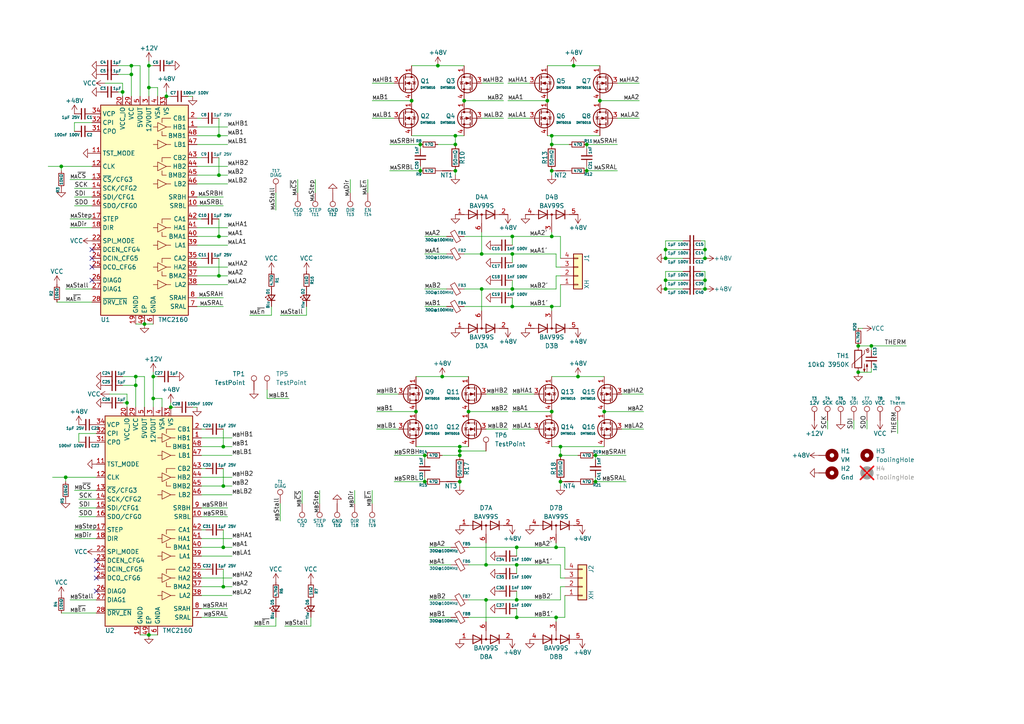
<source format=kicad_sch>
(kicad_sch (version 20231120) (generator "eeschema") (generator_version "8.0")
  (paper "A4")
  (title_block (title "TMC2160 Stepper Driver Module") (date "2024-05-15") (company "meridi engineering") (comment 1 "confer: youtu.be/IE_qcmPzfkg"))
  (junction (at 172.72 132.08))
  (junction (at 132.08 41.91))
  (junction (at 252.73 100.33))
  (junction (at 175.26 119.38))
  (junction (at 43.18 184.15))
  (junction (at 49.53 118.11))
  (junction (at 120.65 119.38))
  (junction (at 134.62 29.21))
  (junction (at 63.5 68.58))
  (junction (at 19.05 138.43))
  (junction (at 204.47 74.93))
  (junction (at 158.75 29.21))
  (junction (at 123.19 132.08))
  (junction (at 139.7 73.66))
  (junction (at 162.56 139.7))
  (junction (at 167.64 109.22))
  (junction (at 43.18 25.4))
  (junction (at 193.04 81.28))
  (junction (at 63.5 50.8))
  (junction (at 132.08 49.53))
  (junction (at 162.56 129.54))
  (junction (at 248.92 100.33))
  (junction (at 148.59 83.82))
  (junction (at 64.77 140.97))
  (junction (at 135.89 119.38))
  (junction (at 63.5 39.37))
  (junction (at 160.02 88.9))
  (junction (at 160.02 49.53))
  (junction (at 139.7 83.82))
  (junction (at 160.02 41.91))
  (junction (at 39.37 111.76))
  (junction (at 160.02 39.37))
  (junction (at 17.78 48.26))
  (junction (at 148.59 68.58))
  (junction (at 140.97 173.99))
  (junction (at 172.72 139.7))
  (junction (at 133.35 132.08))
  (junction (at 38.1 19.05))
  (junction (at 64.77 158.75))
  (junction (at 128.27 109.22))
  (junction (at 39.37 109.22))
  (junction (at 127 19.05))
  (junction (at 173.99 29.21))
  (junction (at 140.97 163.83))
  (junction (at 161.29 179.07))
  (junction (at 48.26 27.94))
  (junction (at 204.47 83.82))
  (junction (at 36.83 116.84))
  (junction (at 193.04 83.82))
  (junction (at 38.1 21.59))
  (junction (at 133.35 130.81))
  (junction (at 248.92 107.95))
  (junction (at 44.45 109.22))
  (junction (at 133.35 139.7))
  (junction (at 119.38 29.21))
  (junction (at 132.08 39.37))
  (junction (at 148.59 73.66))
  (junction (at 160.02 68.58))
  (junction (at 41.91 93.98))
  (junction (at 148.59 88.9))
  (junction (at 35.56 26.67))
  (junction (at 162.56 132.08))
  (junction (at 149.86 158.75))
  (junction (at 170.18 49.53))
  (junction (at 193.04 72.39))
  (junction (at 166.37 19.05))
  (junction (at 123.19 139.7))
  (junction (at 170.18 41.91))
  (junction (at 43.18 19.05))
  (junction (at 160.02 119.38))
  (junction (at 64.77 170.18))
  (junction (at 121.92 49.53))
  (junction (at 63.5 80.01))
  (junction (at 204.47 72.39))
  (junction (at 44.45 115.57))
  (junction (at 193.04 74.93))
  (junction (at 161.29 158.75))
  (junction (at 121.92 41.91))
  (junction (at 204.47 81.28))
  (junction (at 149.86 173.99))
  (junction (at 133.35 129.54))
  (junction (at 64.77 129.54))
  (junction (at 149.86 179.07))
  (junction (at 149.86 163.83))
  (no_connect (at 26.67 81.28))
  (no_connect (at 26.67 74.93))
  (no_connect (at 27.94 171.45))
  (no_connect (at 26.67 77.47))
  (no_connect (at 27.94 162.56))
  (no_connect (at 27.94 165.1))
  (no_connect (at 26.67 72.39))
  (no_connect (at 27.94 167.64))
  (wire (pts (xy 17.78 177.8) (xy 27.94 177.8)))
  (wire (pts (xy 120.65 129.54) (xy 133.35 129.54)))
  (wire (pts (xy 252.73 100.33) (xy 252.73 101.6)))
  (wire (pts (xy 92.71 142.24) (xy 92.71 146.05)))
  (wire (pts (xy 135.89 173.99) (xy 140.97 173.99)))
  (wire (pts (xy 83.82 115.57) (xy 77.47 115.57)))
  (wire (pts (xy 134.62 83.82) (xy 139.7 83.82)))
  (wire (pts (xy 140.97 173.99) (xy 149.86 173.99)))
  (wire (pts (xy 121.92 48.26) (xy 121.92 49.53)))
  (wire (pts (xy 181.61 139.7) (xy 172.72 139.7)))
  (wire (pts (xy 34.29 19.05) (xy 38.1 19.05)))
  (wire (pts (xy 252.73 100.33) (xy 262.89 100.33)))
  (wire (pts (xy 158.75 39.37) (xy 160.02 39.37)))
  (wire (pts (xy 162.56 170.18) (xy 163.83 170.18)))
  (wire (pts (xy 59.69 124.46) (xy 58.42 124.46)))
  (wire (pts (xy 39.37 109.22) (xy 39.37 111.76)))
  (wire (pts (xy 119.38 39.37) (xy 132.08 39.37)))
  (wire (pts (xy 22.86 149.86) (xy 27.94 149.86)))
  (wire (pts (xy 77.47 115.57) (xy 77.47 113.03)))
  (wire (pts (xy 134.62 29.21) (xy 146.05 29.21)))
  (wire (pts (xy 64.77 88.9) (xy 57.15 88.9)))
  (wire (pts (xy 58.42 34.29) (xy 57.15 34.29)))
  (wire (pts (xy 57.15 48.26) (xy 66.04 48.26)))
  (wire (pts (xy 35.56 116.84) (xy 36.83 116.84)))
  (wire (pts (xy 63.5 74.93) (xy 63.5 80.01)))
  (wire (pts (xy 64.77 158.75) (xy 67.31 158.75)))
  (wire (pts (xy 135.89 163.83) (xy 140.97 163.83)))
  (wire (pts (xy 148.59 119.38) (xy 160.02 119.38)))
  (wire (pts (xy 133.35 129.54) (xy 135.89 129.54)))
  (wire (pts (xy 58.42 143.51) (xy 67.31 143.51)))
  (wire (pts (xy 20.32 52.07) (xy 26.67 52.07)))
  (wire (pts (xy 162.56 129.54) (xy 175.26 129.54)))
  (wire (pts (xy 63.5 68.58) (xy 57.15 68.58)))
  (wire (pts (xy 21.59 142.24) (xy 27.94 142.24)))
  (wire (pts (xy 161.29 179.07) (xy 161.29 180.34)))
  (wire (pts (xy 109.22 119.38) (xy 120.65 119.38)))
  (wire (pts (xy 160.02 88.9) (xy 162.56 88.9)))
  (wire (pts (xy 160.02 39.37) (xy 160.02 41.91)))
  (wire (pts (xy 59.69 165.1) (xy 58.42 165.1)))
  (wire (pts (xy 119.38 19.05) (xy 127 19.05)))
  (wire (pts (xy 43.18 184.15) (xy 45.72 184.15)))
  (wire (pts (xy 149.86 163.83) (xy 162.56 163.83)))
  (wire (pts (xy 82.55 181.61) (xy 90.17 181.61)))
  (wire (pts (xy 17.78 49.53) (xy 17.78 48.26)))
  (wire (pts (xy 36.83 116.84) (xy 36.83 118.11)))
  (wire (pts (xy 203.2 74.93) (xy 204.47 74.93)))
  (wire (pts (xy 44.45 109.22) (xy 44.45 115.57)))
  (wire (pts (xy 160.02 41.91) (xy 165.1 41.91)))
  (wire (pts (xy 186.69 114.3) (xy 180.34 114.3)))
  (wire (pts (xy 160.02 88.9) (xy 160.02 90.17)))
  (wire (pts (xy 19.05 83.82) (xy 26.67 83.82)))
  (wire (pts (xy 109.22 124.46) (xy 115.57 124.46)))
  (wire (pts (xy 91.44 52.07) (xy 91.44 55.88)))
  (wire (pts (xy 57.15 53.34) (xy 66.04 53.34)))
  (wire (pts (xy 34.29 21.59) (xy 38.1 21.59)))
  (wire (pts (xy 162.56 167.64) (xy 162.56 163.83)))
  (wire (pts (xy 22.86 128.27) (xy 22.86 125.73)))
  (wire (pts (xy 49.53 116.84) (xy 49.53 118.11)))
  (wire (pts (xy 44.45 115.57) (xy 46.99 115.57)))
  (wire (pts (xy 36.83 114.3) (xy 36.83 116.84)))
  (wire (pts (xy 139.7 83.82) (xy 139.7 90.17)))
  (wire (pts (xy 16.51 87.63) (xy 26.67 87.63)))
  (wire (pts (xy 166.37 19.05) (xy 173.99 19.05)))
  (wire (pts (xy 193.04 74.93) (xy 198.12 74.93)))
  (wire (pts (xy 63.5 39.37) (xy 66.04 39.37)))
  (wire (pts (xy 203.2 78.74) (xy 204.47 78.74)))
  (wire (pts (xy 63.5 50.8) (xy 57.15 50.8)))
  (wire (pts (xy 38.1 19.05) (xy 40.64 19.05)))
  (wire (pts (xy 128.27 109.22) (xy 135.89 109.22)))
  (wire (pts (xy 160.02 39.37) (xy 173.99 39.37)))
  (wire (pts (xy 21.59 57.15) (xy 26.67 57.15)))
  (wire (pts (xy 204.47 83.82) (xy 204.47 81.28)))
  (wire (pts (xy 203.2 72.39) (xy 204.47 72.39)))
  (wire (pts (xy 34.29 26.67) (xy 35.56 26.67)))
  (wire (pts (xy 146.05 34.29) (xy 139.7 34.29)))
  (wire (pts (xy 63.5 45.72) (xy 63.5 50.8)))
  (wire (pts (xy 22.86 144.78) (xy 27.94 144.78)))
  (wire (pts (xy 55.88 27.94) (xy 54.61 27.94)))
  (wire (pts (xy 19.05 138.43) (xy 27.94 138.43)))
  (wire (pts (xy 123.19 88.9) (xy 129.54 88.9)))
  (wire (pts (xy 193.04 74.93) (xy 193.04 72.39)))
  (wire (pts (xy 140.97 157.48) (xy 140.97 163.83)))
  (wire (pts (xy 64.77 129.54) (xy 67.31 129.54)))
  (wire (pts (xy 66.04 147.32) (xy 58.42 147.32)))
  (wire (pts (xy 185.42 34.29) (xy 179.07 34.29)))
  (wire (pts (xy 193.04 83.82) (xy 193.04 81.28)))
  (wire (pts (xy 149.86 158.75) (xy 149.86 161.29)))
  (wire (pts (xy 102.87 142.24) (xy 102.87 146.05)))
  (wire (pts (xy 78.74 91.44) (xy 78.74 88.9)))
  (wire (pts (xy 162.56 173.99) (xy 162.56 170.18)))
  (wire (pts (xy 250.19 95.25) (xy 248.92 95.25)))
  (wire (pts (xy 64.77 158.75) (xy 58.42 158.75)))
  (wire (pts (xy 41.91 93.98) (xy 44.45 93.98)))
  (wire (pts (xy 147.32 29.21) (xy 158.75 29.21)))
  (wire (pts (xy 135.89 158.75) (xy 149.86 158.75)))
  (wire (pts (xy 170.18 48.26) (xy 170.18 49.53)))
  (wire (pts (xy 123.19 138.43) (xy 123.19 139.7)))
  (wire (pts (xy 63.5 34.29) (xy 63.5 39.37)))
  (wire (pts (xy 57.15 77.47) (xy 66.04 77.47)))
  (wire (pts (xy 123.19 83.82) (xy 129.54 83.82)))
  (wire (pts (xy 158.75 19.05) (xy 166.37 19.05)))
  (wire (pts (xy 148.59 68.58) (xy 160.02 68.58)))
  (wire (pts (xy 147.32 24.13) (xy 153.67 24.13)))
  (wire (pts (xy 139.7 73.66) (xy 148.59 73.66)))
  (wire (pts (xy 113.03 49.53) (xy 121.92 49.53)))
  (wire (pts (xy 80.01 60.96) (xy 80.01 55.88)))
  (wire (pts (xy 20.32 66.04) (xy 26.67 66.04)))
  (wire (pts (xy 44.45 107.95) (xy 44.45 109.22)))
  (wire (pts (xy 139.7 83.82) (xy 148.59 83.82)))
  (wire (pts (xy 43.18 25.4) (xy 45.72 25.4)))
  (wire (pts (xy 80.01 181.61) (xy 80.01 179.07)))
  (wire (pts (xy 21.59 156.21) (xy 27.94 156.21)))
  (wire (pts (xy 59.69 153.67) (xy 58.42 153.67)))
  (wire (pts (xy 121.92 41.91) (xy 121.92 43.18)))
  (wire (pts (xy 43.18 17.78) (xy 43.18 19.05)))
  (wire (pts (xy 64.77 86.36) (xy 57.15 86.36)))
  (wire (pts (xy 161.29 158.75) (xy 163.83 158.75)))
  (wire (pts (xy 179.07 41.91) (xy 170.18 41.91)))
  (wire (pts (xy 148.59 86.36) (xy 148.59 88.9)))
  (wire (pts (xy 58.42 167.64) (xy 67.31 167.64)))
  (wire (pts (xy 252.73 100.33) (xy 248.92 100.33)))
  (wire (pts (xy 21.59 59.69) (xy 26.67 59.69)))
  (wire (pts (xy 172.72 138.43) (xy 172.72 139.7)))
  (wire (pts (xy 193.04 72.39) (xy 198.12 72.39)))
  (wire (pts (xy 57.15 66.04) (xy 66.04 66.04)))
  (wire (pts (xy 40.64 19.05) (xy 40.64 27.94)))
  (wire (pts (xy 161.29 83.82) (xy 161.29 80.01)))
  (wire (pts (xy 124.46 179.07) (xy 130.81 179.07)))
  (wire (pts (xy 167.64 109.22) (xy 175.26 109.22)))
  (wire (pts (xy 149.86 173.99) (xy 162.56 173.99)))
  (wire (pts (xy 57.15 82.55) (xy 66.04 82.55)))
  (wire (pts (xy 44.45 19.05) (xy 43.18 19.05)))
  (wire (pts (xy 88.9 91.44) (xy 88.9 88.9)))
  (wire (pts (xy 248.92 107.95) (xy 252.73 107.95)))
  (wire (pts (xy 58.42 156.21) (xy 67.31 156.21)))
  (wire (pts (xy 148.59 68.58) (xy 148.59 71.12)))
  (wire (pts (xy 46.99 115.57) (xy 46.99 118.11)))
  (wire (pts (xy 31.75 114.3) (xy 36.83 114.3)))
  (wire (pts (xy 133.35 129.54) (xy 133.35 130.81)))
  (wire (pts (xy 45.72 109.22) (xy 44.45 109.22)))
  (wire (pts (xy 124.46 173.99) (xy 130.81 173.99)))
  (wire (pts (xy 35.56 109.22) (xy 39.37 109.22)))
  (wire (pts (xy 64.77 57.15) (xy 57.15 57.15)))
  (wire (pts (xy 163.83 167.64) (xy 162.56 167.64)))
  (wire (pts (xy 193.04 81.28) (xy 198.12 81.28)))
  (wire (pts (xy 127 19.05) (xy 134.62 19.05)))
  (wire (pts (xy 66.04 149.86) (xy 58.42 149.86)))
  (wire (pts (xy 35.56 24.13) (xy 35.56 26.67)))
  (wire (pts (xy 251.46 124.46) (xy 251.46 121.92)))
  (wire (pts (xy 21.59 35.56) (xy 26.67 35.56)))
  (wire (pts (xy 140.97 163.83) (xy 149.86 163.83)))
  (wire (pts (xy 64.77 135.89) (xy 64.77 140.97)))
  (wire (pts (xy 57.15 118.11) (xy 55.88 118.11)))
  (wire (pts (xy 57.15 36.83) (xy 66.04 36.83)))
  (wire (pts (xy 161.29 77.47) (xy 161.29 73.66)))
  (wire (pts (xy 57.15 41.91) (xy 66.04 41.91)))
  (wire (pts (xy 113.03 41.91) (xy 121.92 41.91)))
  (wire (pts (xy 132.08 49.53) (xy 132.08 50.8)))
  (wire (pts (xy 160.02 50.8) (xy 160.02 49.53)))
  (wire (pts (xy 133.35 130.81) (xy 133.35 132.08)))
  (wire (pts (xy 148.59 73.66) (xy 161.29 73.66)))
  (wire (pts (xy 148.59 124.46) (xy 154.94 124.46)))
  (wire (pts (xy 149.86 158.75) (xy 161.29 158.75)))
  (wire (pts (xy 148.59 88.9) (xy 160.02 88.9)))
  (wire (pts (xy 149.86 179.07) (xy 161.29 179.07)))
  (wire (pts (xy 204.47 74.93) (xy 204.47 72.39)))
  (wire (pts (xy 43.18 25.4) (xy 43.18 27.94)))
  (wire (pts (xy 193.04 72.39) (xy 193.04 69.85)))
  (wire (pts (xy 147.32 114.3) (xy 140.97 114.3)))
  (wire (pts (xy 81.28 91.44) (xy 88.9 91.44)))
  (wire (pts (xy 179.07 49.53) (xy 170.18 49.53)))
  (wire (pts (xy 161.29 157.48) (xy 161.29 158.75)))
  (wire (pts (xy 107.95 29.21) (xy 119.38 29.21)))
  (wire (pts (xy 21.59 38.1) (xy 21.59 35.56)))
  (wire (pts (xy 175.26 119.38) (xy 186.69 119.38)))
  (wire (pts (xy 162.56 129.54) (xy 162.56 132.08)))
  (wire (pts (xy 163.83 172.72) (xy 163.83 179.07)))
  (wire (pts (xy 58.42 127) (xy 67.31 127)))
  (wire (pts (xy 134.62 88.9) (xy 148.59 88.9)))
  (wire (pts (xy 204.47 78.74) (xy 204.47 81.28)))
  (wire (pts (xy 148.59 114.3) (xy 154.94 114.3)))
  (wire (pts (xy 63.5 80.01) (xy 66.04 80.01)))
  (wire (pts (xy 101.6 52.07) (xy 101.6 55.88)))
  (wire (pts (xy 107.95 142.24) (xy 107.95 146.05)))
  (wire (pts (xy 163.83 158.75) (xy 163.83 165.1)))
  (wire (pts (xy 58.42 63.5) (xy 57.15 63.5)))
  (wire (pts (xy 58.42 138.43) (xy 67.31 138.43)))
  (wire (pts (xy 127 41.91) (xy 132.08 41.91)))
  (wire (pts (xy 186.69 124.46) (xy 180.34 124.46)))
  (wire (pts (xy 124.46 158.75) (xy 130.81 158.75)))
  (wire (pts (xy 181.61 132.08) (xy 172.72 132.08)))
  (wire (pts (xy 162.56 82.55) (xy 162.56 88.9)))
  (wire (pts (xy 133.35 130.81) (xy 140.97 130.81)))
  (wire (pts (xy 114.3 132.08) (xy 123.19 132.08)))
  (wire (pts (xy 140.97 173.99) (xy 140.97 180.34)))
  (wire (pts (xy 22.86 147.32) (xy 27.94 147.32)))
  (wire (pts (xy 162.56 77.47) (xy 161.29 77.47)))
  (wire (pts (xy 20.32 173.99) (xy 27.94 173.99)))
  (wire (pts (xy 132.08 39.37) (xy 132.08 41.91)))
  (wire (pts (xy 134.62 68.58) (xy 148.59 68.58)))
  (wire (pts (xy 58.42 132.08) (xy 67.31 132.08)))
  (wire (pts (xy 21.59 54.61) (xy 26.67 54.61)))
  (wire (pts (xy 21.59 153.67) (xy 27.94 153.67)))
  (wire (pts (xy 160.02 129.54) (xy 162.56 129.54)))
  (wire (pts (xy 247.65 124.46) (xy 247.65 121.92)))
  (wire (pts (xy 128.27 132.08) (xy 133.35 132.08)))
  (wire (pts (xy 58.42 172.72) (xy 67.31 172.72)))
  (wire (pts (xy 30.48 24.13) (xy 35.56 24.13)))
  (wire (pts (xy 44.45 115.57) (xy 44.45 118.11)))
  (wire (pts (xy 124.46 163.83) (xy 130.81 163.83)))
  (wire (pts (xy 64.77 140.97) (xy 67.31 140.97)))
  (wire (pts (xy 63.5 80.01) (xy 57.15 80.01)))
  (wire (pts (xy 147.32 124.46) (xy 140.97 124.46)))
  (wire (pts (xy 160.02 68.58) (xy 162.56 68.58)))
  (wire (pts (xy 15.24 138.43) (xy 19.05 138.43)))
  (wire (pts (xy 149.86 176.53) (xy 149.86 179.07)))
  (wire (pts (xy 161.29 179.07) (xy 163.83 179.07)))
  (wire (pts (xy 13.97 48.26) (xy 17.78 48.26)))
  (wire (pts (xy 120.65 109.22) (xy 128.27 109.22)))
  (wire (pts (xy 106.68 52.07) (xy 106.68 55.88)))
  (wire (pts (xy 38.1 19.05) (xy 38.1 21.59)))
  (wire (pts (xy 50.8 118.11) (xy 49.53 118.11)))
  (wire (pts (xy 149.86 171.45) (xy 149.86 173.99)))
  (wire (pts (xy 135.89 179.07) (xy 149.86 179.07)))
  (wire (pts (xy 66.04 179.07) (xy 58.42 179.07)))
  (wire (pts (xy 48.26 26.67) (xy 48.26 27.94)))
  (wire (pts (xy 38.1 21.59) (xy 38.1 27.94)))
  (wire (pts (xy 64.77 124.46) (xy 64.77 129.54)))
  (wire (pts (xy 17.78 48.26) (xy 26.67 48.26)))
  (wire (pts (xy 114.3 139.7) (xy 123.19 139.7)))
  (wire (pts (xy 64.77 170.18) (xy 67.31 170.18)))
  (wire (pts (xy 81.28 151.13) (xy 81.28 146.05)))
  (wire (pts (xy 64.77 140.97) (xy 58.42 140.97)))
  (wire (pts (xy 107.95 24.13) (xy 114.3 24.13)))
  (wire (pts (xy 39.37 109.22) (xy 41.91 109.22)))
  (wire (pts (xy 90.17 181.61) (xy 90.17 179.07)))
  (wire (pts (xy 148.59 83.82) (xy 161.29 83.82)))
  (wire (pts (xy 41.91 93.98) (xy 39.37 93.98)))
  (wire (pts (xy 64.77 153.67) (xy 64.77 158.75)))
  (wire (pts (xy 72.39 91.44) (xy 78.74 91.44)))
  (wire (pts (xy 43.18 19.05) (xy 43.18 25.4)))
  (wire (pts (xy 43.18 184.15) (xy 40.64 184.15)))
  (wire (pts (xy 20.32 63.5) (xy 26.67 63.5)))
  (wire (pts (xy 22.86 125.73) (xy 27.94 125.73)))
  (wire (pts (xy 35.56 111.76) (xy 39.37 111.76)))
  (wire (pts (xy 149.86 163.83) (xy 149.86 166.37)))
  (wire (pts (xy 193.04 81.28) (xy 193.04 78.74)))
  (wire (pts (xy 252.73 106.68) (xy 252.73 107.95)))
  (wire (pts (xy 132.08 39.37) (xy 134.62 39.37)))
  (wire (pts (xy 193.04 69.85) (xy 198.12 69.85)))
  (wire (pts (xy 193.04 78.74) (xy 198.12 78.74)))
  (wire (pts (xy 123.19 132.08) (xy 123.19 133.35)))
  (wire (pts (xy 19.05 139.7) (xy 19.05 138.43)))
  (wire (pts (xy 193.04 83.82) (xy 198.12 83.82)))
  (wire (pts (xy 109.22 114.3) (xy 115.57 114.3)))
  (wire (pts (xy 185.42 24.13) (xy 179.07 24.13)))
  (wire (pts (xy 240.03 124.46) (xy 240.03 121.92)))
  (wire (pts (xy 64.77 129.54) (xy 58.42 129.54)))
  (wire (pts (xy 63.5 50.8) (xy 66.04 50.8)))
  (wire (pts (xy 86.36 52.07) (xy 86.36 55.88)))
  (wire (pts (xy 58.42 45.72) (xy 57.15 45.72)))
  (wire (pts (xy 162.56 74.93) (xy 162.56 68.58)))
  (wire (pts (xy 203.2 83.82) (xy 204.47 83.82)))
  (wire (pts (xy 57.15 71.12) (xy 66.04 71.12)))
  (wire (pts (xy 160.02 109.22) (xy 167.64 109.22)))
  (wire (pts (xy 147.32 34.29) (xy 153.67 34.29)))
  (wire (pts (xy 123.19 73.66) (xy 129.54 73.66)))
  (wire (pts (xy 203.2 81.28) (xy 204.47 81.28)))
  (wire (pts (xy 64.77 170.18) (xy 58.42 170.18)))
  (wire (pts (xy 134.62 73.66) (xy 139.7 73.66)))
  (wire (pts (xy 133.35 140.97) (xy 133.35 139.7)))
  (wire (pts (xy 260.35 125.73) (xy 260.35 121.92)))
  (wire (pts (xy 204.47 69.85) (xy 204.47 72.39)))
  (wire (pts (xy 58.42 74.93) (xy 57.15 74.93)))
  (wire (pts (xy 63.5 63.5) (xy 63.5 68.58)))
  (wire (pts (xy 41.91 109.22) (xy 41.91 118.11)))
  (wire (pts (xy 59.69 135.89) (xy 58.42 135.89)))
  (wire (pts (xy 58.42 161.29) (xy 67.31 161.29)))
  (wire (pts (xy 167.64 132.08) (xy 162.56 132.08)))
  (wire (pts (xy 162.56 140.97) (xy 162.56 139.7)))
  (wire (pts (xy 146.05 24.13) (xy 139.7 24.13)))
  (wire (pts (xy 172.72 132.08) (xy 172.72 133.35)))
  (wire (pts (xy 173.99 29.21) (xy 185.42 29.21)))
  (wire (pts (xy 45.72 25.4) (xy 45.72 27.94)))
  (wire (pts (xy 148.59 73.66) (xy 148.59 76.2)))
  (wire (pts (xy 160.02 67.31) (xy 160.02 68.58)))
  (wire (pts (xy 139.7 67.31) (xy 139.7 73.66)))
  (wire (pts (xy 170.18 41.91) (xy 170.18 43.18)))
  (wire (pts (xy 107.95 34.29) (xy 114.3 34.29)))
  (wire (pts (xy 135.89 119.38) (xy 147.32 119.38)))
  (wire (pts (xy 148.59 81.28) (xy 148.59 83.82)))
  (wire (pts (xy 64.77 165.1) (xy 64.77 170.18)))
  (wire (pts (xy 35.56 26.67) (xy 35.56 27.94)))
  (wire (pts (xy 123.19 68.58) (xy 129.54 68.58)))
  (wire (pts (xy 49.53 27.94) (xy 48.26 27.94)))
  (wire (pts (xy 87.63 142.24) (xy 87.63 146.05)))
  (wire (pts (xy 66.04 176.53) (xy 58.42 176.53)))
  (wire (pts (xy 63.5 68.58) (xy 66.04 68.58)))
  (wire (pts (xy 64.77 59.69) (xy 57.15 59.69)))
  (wire (pts (xy 203.2 69.85) (xy 204.47 69.85)))
  (wire (pts (xy 63.5 39.37) (xy 57.15 39.37)))
  (wire (pts (xy 161.29 80.01) (xy 162.56 80.01)))
  (wire (pts (xy 73.66 181.61) (xy 80.01 181.61)))
  (wire (pts (xy 39.37 111.76) (xy 39.37 118.11)))
  (label "_{MB}LB1" (at 109.22 124.46 0))
  (label "_{MA}HB1" (at 66.04 36.83 0))
  (label "_{MB}LB1" (at 67.31 132.08 0))
  (label "_{MA}Stall" (at 80.01 60.96 90))
  (label "_{MB}~{CS}" (at 21.59 142.24 0))
  (label "_{MA}A2" (at 123.19 68.58 0))
  (label "_{MA}SRAH" (at 179.07 41.91 180))
  (label "_{MB}Stall" (at 20.32 173.99 0))
  (label "_{MB}Dir" (at 102.87 142.24 270))
  (label "_{MA}HA1" (at 66.04 66.04 0))
  (label "_{MB}HB2" (at 147.32 114.3 180))
  (label "_{MA}Dir" (at 101.6 52.07 270))
  (label "_{MA}SRBL" (at 113.03 49.53 0))
  (label "_{MA}A2" (at 185.42 29.21 180))
  (label "_{MA}HB2" (at 146.05 24.13 180))
  (label "_{MB}B1" (at 109.22 119.38 0))
  (label "_{MB}B2'" (at 154.94 173.99 0))
  (label "_{MB}HA2" (at 67.31 167.64 0))
  (label "_{MA}~{CS}" (at 86.36 52.07 270))
  (label "_{MA}HA1" (at 147.32 24.13 0))
  (label "SDI" (at 22.86 147.32 0))
  (label "_{MB}A2" (at 124.46 158.75 0))
  (label "_{MB}B1'" (at 154.94 179.07 0))
  (label "_{MA}B1" (at 107.95 29.21 0))
  (label "_{MA}B1" (at 66.04 39.37 0))
  (label "_{MB}SRAH" (at 66.04 176.53 180))
  (label "_{MA}HB2" (at 66.04 48.26 0))
  (label "_{MA}LB1" (at 107.95 34.29 0))
  (label "_{MA}~{En}" (at 106.68 52.07 270))
  (label "_{MA}SRAL" (at 179.07 49.53 180))
  (label "_{MB}B1" (at 67.31 129.54 0))
  (label "_{MB}B1" (at 124.46 179.07 0))
  (label "_{MA}B2" (at 66.04 50.8 0))
  (label "_{MB}LA2" (at 186.69 124.46 180))
  (label "_{MB}SRBL" (at 66.04 149.86 180))
  (label "_{MA}B2" (at 123.19 83.82 0))
  (label "_{MA}SRBL" (at 64.77 59.69 180))
  (label "_{MB}HB1" (at 67.31 127 0))
  (label "_{MB}~{En}" (at 73.66 181.61 0))
  (label "_{MA}~{CS}" (at 20.32 52.07 0))
  (label "_{MA}LB2" (at 66.04 53.34 0))
  (label "_{MB}A1'" (at 154.94 163.83 0))
  (label "_{MB}~{CS}" (at 87.63 142.24 270))
  (label "_{MB}A1" (at 148.59 119.38 0))
  (label "_{MB}HA1" (at 67.31 156.21 0))
  (label "_{MB}A2" (at 186.69 119.38 180))
  (label "_{MB}~{En}" (at 20.32 177.8 0))
  (label "_{MA}HB1" (at 107.95 24.13 0))
  (label "THERM" (at 262.89 100.33 180))
  (label "_{MA}Step" (at 20.32 63.5 0))
  (label "SCK" (at 22.86 144.78 0))
  (label "_{MA}HA2" (at 66.04 77.47 0))
  (label "_{MB}LA1" (at 148.59 124.46 0))
  (label "_{MA}~{En}" (at 72.39 91.44 0))
  (label "_{MA}LB1" (at 66.04 41.91 0))
  (label "_{MB}Stall" (at 81.28 151.13 90))
  (label "_{MB}LA2" (at 67.31 172.72 0))
  (label "_{MA}~{En}" (at 19.05 87.63 0))
  (label "_{MB}A1" (at 124.46 163.83 0))
  (label "_{MB}B2" (at 147.32 119.38 180))
  (label "_{MB}HA2" (at 186.69 114.3 180))
  (label "_{MA}LA2" (at 66.04 82.55 0))
  (label "_{MA}HA2" (at 185.42 24.13 180))
  (label "_{MA}A1'" (at 153.67 73.66 0))
  (label "_{MA}SRAL" (at 64.77 88.9 180))
  (label "_{MB}SRBH" (at 66.04 147.32 180))
  (label "_{MA}B1'" (at 153.67 88.9 0))
  (label "_{MA}A2'" (at 153.67 68.58 0))
  (label "SCK" (at 240.03 124.46 90))
  (label "_{MB}LB2" (at 67.31 143.51 0))
  (label "_{MB}A2" (at 67.31 170.18 0))
  (label "_{MA}B1" (at 123.19 88.9 0))
  (label "_{MB}HA1" (at 148.59 114.3 0))
  (label "_{MA}LA1" (at 147.32 34.29 0))
  (label "_{MB}SRAH" (at 181.61 132.08 180))
  (label "_{MB}LB2" (at 147.32 124.46 180))
  (label "_{MB}Dir" (at 21.59 156.21 0))
  (label "SDI" (at 21.59 57.15 0))
  (label "_{MA}Stall" (at 19.05 83.82 0))
  (label "_{MB}Step" (at 21.59 153.67 0))
  (label "_{MB}~{En}" (at 107.95 142.24 270))
  (label "_{MB}B2" (at 124.46 173.99 0))
  (label "THERM" (at 260.35 125.73 90))
  (label "_{MA}SRAH" (at 64.77 86.36 180))
  (label "_{MA}Dir" (at 20.32 66.04 0))
  (label "_{MA}B2'" (at 153.67 83.82 0))
  (label "_{MA}A2" (at 66.04 80.01 0))
  (label "_{MB}LA1" (at 67.31 161.29 0))
  (label "_{MB}HB2" (at 67.31 138.43 0))
  (label "_{MB}B2" (at 67.31 140.97 0))
  (label "_{MA}SRBH" (at 113.03 41.91 0))
  (label "_{MB}SRAL" (at 181.61 139.7 180))
  (label "_{MA}A1" (at 123.19 73.66 0))
  (label "_{MA}Step" (at 91.44 52.07 270))
  (label "_{MB}HB1" (at 109.22 114.3 0))
  (label "_{MB}A2'" (at 154.94 158.75 0))
  (label "_{MA}SRBH" (at 64.77 57.15 180))
  (label "_{MB}SRAL" (at 66.04 179.07 180))
  (label "_{MA}B2" (at 146.05 29.21 180))
  (label "_{MA}LA1" (at 66.04 71.12 0))
  (label "_{MB}A1" (at 67.31 158.75 0))
  (label "SDO" (at 22.86 149.86 0))
  (label "_{MA}Stall" (at 81.28 91.44 0))
  (label "SDI" (at 247.65 124.46 90))
  (label "_{MA}LA2" (at 185.42 34.29 180))
  (label "_{MA}LB2" (at 146.05 34.29 180))
  (label "_{MB}SRBH" (at 114.3 132.08 0))
  (label "SCK" (at 21.59 54.61 0))
  (label "_{MB}Step" (at 92.71 142.24 270))
  (label "_{MA}A1" (at 66.04 68.58 0))
  (label "_{MB}SRBL" (at 114.3 139.7 0))
  (label "_{MA}A1" (at 147.32 29.21 0))
  (label "_{MB}LB1" (at 83.82 115.57 180))
  (label "SDO" (at 251.46 124.46 90))
  (label "_{MB}Stall" (at 82.55 181.61 0))
  (label "SDO" (at 21.59 59.69 0))
  (symbol (lib_id "Device:R_Small") (at 167.64 41.91 90) (unit 1)
    (property "Reference" "R11" (at 170.64 40.91 90) (effects (font (size 0.8 0.8))))
    (property "Value" "47Ω" (at 167.64 41.91 90) (effects (font (size 0.8 0.8))))
    (property "Footprint" "PCM_ME_passives:0402R" (effects (hide yes)))
  )
  (symbol (lib_id "corevus:DMT6016LFDF-7") (at 176.53 124.46 0) (mirror y) (unit 1)
    (property "Reference" "Q16" (at 172.72 123.825 0) (effects (justify left)))
    (property "Value" "DMT6016" (at 172.72 125.73 0) (effects (font (size 0.635 0.635)) (justify left)))
    (property "Footprint" "corevus:DMT6016LFDF" (effects (hide yes)))
    (property "Datasheet" "https://lcsc.com/product-detail/MOSFET_Diodes-Incorporated-DMT6016LFDF-7_C460205.html" (effects (hide yes)))
    (property "Description" "60V N-channel Enhancement Mode MOSFET, 8.9A Id " (effects (hide yes)))
    (property "LCSC Part" "C460205" (effects (hide yes)))
  )
  (symbol (lib_id "Connector:TestPoint") (at 96.52 55.88 0) (mirror x) (unit 1)
    (property "Reference" "T12" (at 96.52 62.23 0) (effects (font (size 0.8 0.8))))
    (property "Value" "GND" (at 96.52 60.96 0) (effects (font (size 1 1))))
    (property "Footprint" "corevus:LGA_Land_2.5mm" (effects (hide yes)))
  )
  (symbol (lib_id "power:GND") (at 17.78 54.61 0) (unit 1)
    (property "Reference" "#PWR010" (effects (hide yes)))
    (property "Value" "GND" (effects (hide yes)))
  )
  (symbol (lib_id "power:VCC") (at 88.9 78.74 0) (unit 1)
    (property "Reference" "#PWR031" (effects (hide yes)))
    (property "Value" "VCC" (at 88.9 74.93 0))
  )
  (symbol (lib_id "corevus:DMT6016LFDF-7") (at 137.16 124.46 0) (mirror y) (unit 1)
    (property "Reference" "Q12" (at 133.35 123.825 0) (effects (justify left)))
    (property "Value" "DMT6016" (at 133.35 125.73 0) (effects (font (size 0.635 0.635)) (justify left)))
    (property "Footprint" "corevus:DMT6016LFDF" (effects (hide yes)))
    (property "Datasheet" "https://lcsc.com/product-detail/MOSFET_Diodes-Incorporated-DMT6016LFDF-7_C460205.html" (effects (hide yes)))
    (property "Description" "60V N-channel Enhancement Mode MOSFET, 8.9A Id " (effects (hide yes)))
    (property "LCSC Part" "C460205" (effects (hide yes)))
  )
  (symbol (lib_id "power:+48V") (at 49.53 116.84 0) (unit 1)
    (property "Reference" "#PWR055" (effects (hide yes)))
    (property "Value" "+48V" (at 49.53 113.03 0))
  )
  (symbol (lib_id "Device:R_Small") (at 17.78 52.07 0) (mirror y) (unit 1)
    (property "Reference" "R3" (at 16.78 55.07 90) (effects (font (size 0.8 0.8))))
    (property "Value" "10kΩ" (at 17.78 52.07 90) (effects (font (size 0.8 0.8))))
    (property "Footprint" "PCM_ME_passives:0402R" (effects (hide yes)))
  )
  (symbol (lib_id "Connector:TestPoint") (at 97.79 146.05 0) (mirror x) (unit 1)
    (property "Reference" "T16" (at 97.79 152.4 0) (effects (font (size 0.8 0.8))))
    (property "Value" "GND" (at 97.79 151.13 0) (effects (font (size 1 1))))
    (property "Footprint" "corevus:LGA_Land_2.5mm" (effects (hide yes)))
  )
  (symbol (lib_id "Device:R_Small") (at 167.64 49.53 90) (mirror x) (unit 1)
    (property "Reference" "R12" (at 170.64 50.53 90) (effects (font (size 0.8 0.8))))
    (property "Value" "47Ω" (at 167.64 49.53 90) (effects (font (size 0.8 0.8))))
    (property "Footprint" "PCM_ME_passives:0402R" (effects (hide yes)))
  )
  (symbol (lib_id "power:GND") (at 144.78 161.29 270) (mirror x) (unit 1)
    (property "Reference" "#PWR067" (effects (hide yes)))
    (property "Value" "GND" (effects (hide yes)))
  )
  (symbol (lib_id "power:GND") (at 248.92 107.95 0) (unit 1)
    (property "Reference" "#PWR044" (effects (hide yes)))
    (property "Value" "GND" (effects (hide yes)))
  )
  (symbol (lib_id "power:GND") (at 73.66 113.03 0) (mirror y) (unit 1)
    (property "Reference" "#PWR058" (effects (hide yes)))
    (property "Value" "GND" (effects (hide yes)))
  )
  (symbol (lib_id "power:+12V") (at 44.45 107.95 0) (unit 1)
    (property "Reference" "#PWR054" (effects (hide yes)))
    (property "Value" "+12V" (at 44.45 104.14 0))
  )
  (symbol (lib_id "Device:FerriteBead_Small") (at 133.35 158.75 270) (mirror x) (unit 1)
    (property "Reference" "FB5" (at 134.112 157.734 90) (effects (font (size 0.8 0.8)) (justify left)))
    (property "Value" "30Ω@100MHz" (at 132.842 159.766 90) (effects (font (size 0.8 0.8)) (justify right)))
    (property "Footprint" "Resistor_SMD:R_1206_3216Metric" (effects (hide yes)))
    (property "Description" "Ferrite bead, small symbol" (effects (hide yes)))
  )
  (symbol (lib_id "power:GND") (at 132.08 95.25 0) (unit 1)
    (property "Reference" "#PWR032" (effects (hide yes)))
    (property "Value" "GND" (effects (hide yes)))
  )
  (symbol (lib_id "corevus:TMC2160A-TA") (at 41.91 60.96 0) (unit 1)
    (property "Reference" "U1" (at 29.21 92.71 0) (effects (justify left)))
    (property "Value" "TMC2160" (at 54.61 92.71 0) (effects (justify right)))
    (property "Footprint" "corevus:TMCx160" (effects (hide yes)))
    (property "Datasheet" "https://www.trinamic.com/fileadmin/assets/Products/ICs_Documents/TMC2160A-datasheet_Rev1.06.pdf" (effects (hide yes)))
  )
  (symbol (lib_id "power:GND") (at 133.35 185.42 0) (unit 1)
    (property "Reference" "#PWR065" (effects (hide yes)))
    (property "Value" "GND" (effects (hide yes)))
  )
  (symbol (lib_id "power:+48V") (at 148.59 152.4 180) (unit 1)
    (property "Reference" "#PWR071" (effects (hide yes)))
    (property "Value" "+48V" (at 148.59 156.21 0))
  )
  (symbol (lib_id "Device:FerriteBead_Small") (at 133.35 163.83 270) (mirror x) (unit 1)
    (property "Reference" "FB6" (at 134.112 162.814 90) (effects (font (size 0.8 0.8)) (justify left)))
    (property "Value" "30Ω@100MHz" (at 132.842 164.846 90) (effects (font (size 0.8 0.8)) (justify right)))
    (property "Footprint" "Resistor_SMD:R_1206_3216Metric" (effects (hide yes)))
    (property "Description" "Ferrite bead, small symbol" (effects (hide yes)))
  )
  (symbol (lib_id "power:+48V") (at 167.64 62.23 180) (unit 1)
    (property "Reference" "#PWR037" (effects (hide yes)))
    (property "Value" "+48V" (at 167.64 66.04 0))
  )
  (symbol (lib_id "Connector:TestPoint") (at 91.44 55.88 0) (mirror x) (unit 1)
    (property "Reference" "T11" (at 91.44 62.23 0) (effects (font (size 0.8 0.8))))
    (property "Value" "STEP" (at 91.44 60.96 0) (effects (font (size 1 1))))
    (property "Footprint" "corevus:LGA_Land_2.5mm" (effects (hide yes)))
  )
  (symbol (lib_id "Device:C_Small") (at 200.66 72.39 270) (mirror x) (unit 1)
    (property "Reference" "C14" (at 201.66 73.39 90) (effects (font (size 0.8 0.8)) (justify left)))
    (property "Value" "1μF 100V" (at 199.66 73.39 90) (effects (font (size 0.8 0.8)) (justify right)))
    (property "Footprint" "Capacitor_SMD:C_1206_3216Metric" (effects (hide yes)))
  )
  (symbol (lib_id "power:VCC") (at 17.78 172.72 0) (unit 1)
    (property "Reference" "#PWR024" (effects (hide yes)))
    (property "Value" "VCC" (at 17.78 168.91 0))
  )
  (symbol (lib_id "power:+12V") (at 236.22 121.92 180) (unit 1)
    (property "Reference" "#PWR011" (effects (hide yes)))
    (property "Value" "+12V" (at 236.22 125.73 0))
  )
  (symbol (lib_id "Device:C_Small") (at 24.13 38.1 270) (mirror x) (unit 1)
    (property "Reference" "C2" (at 25.13 39.1 90) (effects (font (size 0.8 0.8)) (justify left)))
    (property "Value" "100nF 100V" (at 23.13 39.1 90) (effects (font (size 0.8 0.8)) (justify right)))
    (property "Footprint" "PCM_ME_passives:0402C" (effects (hide yes)))
  )
  (symbol (lib_id "power:+48V") (at 147.32 95.25 180) (unit 1)
    (property "Reference" "#PWR025" (effects (hide yes)))
    (property "Value" "+48V" (at 147.32 99.06 0))
  )
  (symbol (lib_id "Connector:TestPoint") (at 107.95 146.05 0) (mirror x) (unit 1)
    (property "Reference" "T19" (at 107.95 152.4 0) (effects (font (size 0.8 0.8))))
    (property "Value" "EN" (at 107.95 151.13 0) (effects (font (size 1 1))))
    (property "Footprint" "corevus:LGA_Land_2.5mm" (effects (hide yes)))
  )
  (symbol (lib_id "power:GND") (at 162.56 140.97 0) (unit 1)
    (property "Reference" "#PWR077" (effects (hide yes)))
    (property "Value" "GND" (effects (hide yes)))
  )
  (symbol (lib_id "Device:R") (at 162.56 135.89 0) (mirror y) (unit 1)
    (property "Reference" "R18" (at 161.29 135.89 90) (effects (justify top)))
    (property "Value" "50mΩ" (at 162.56 135.89 90) (effects (font (size 1 1))))
    (property "Footprint" "Resistor_SMD:R_1206_3216Metric" (effects (hide yes)))
  )
  (symbol (lib_id "Diode:BAV99S") (at 139.7 95.25 0) (mirror x) (unit 1)
    (property "Reference" "D3" (at 139.7 100.33 0))
    (property "Value" "BAV99S" (at 139.7 97.79 0))
    (property "Footprint" "Package_TO_SOT_SMD:SOT-363_SC-70-6" (effects (hide yes)))
    (property "Datasheet" "https://assets.nexperia.com/documents/data-sheet/BAV99_SER.pdf" (effects (hide yes)))
    (property "Description" "High-speed switching diodes, dual series, SOT-363" (effects (hide yes)))
  )
  (symbol (lib_id "corevus:DMT6016LFDF-7") (at 158.75 114.3 0) (unit 1)
    (property "Reference" "Q13" (at 162.56 113.665 0) (effects (justify left)))
    (property "Value" "DMT6016" (at 162.56 115.57 0) (effects (font (size 0.635 0.635)) (justify left)))
    (property "Footprint" "corevus:DMT6016LFDF" (effects (hide yes)))
    (property "Datasheet" "https://lcsc.com/product-detail/MOSFET_Diodes-Incorporated-DMT6016LFDF-7_C460205.html" (effects (hide yes)))
    (property "Description" "60V N-channel Enhancement Mode MOSFET, 8.9A Id " (effects (hide yes)))
    (property "LCSC Part" "C460205" (effects (hide yes)))
  )
  (symbol (lib_id "Device:C_Small") (at 123.19 135.89 0) (mirror x) (unit 1)
    (property "Reference" "C33" (at 122.19 136.89 90) (effects (font (size 0.8 0.8)) (justify left)))
    (property "Value" "1nF " (at 122.19 134.89 90) (effects (font (size 0.8 0.8)) (justify right)))
    (property "Footprint" "PCM_ME_passives:0402C" (effects (hide yes)))
  )
  (symbol (lib_id "power:VCC") (at 27.94 160.02 90) (unit 1)
    (property "Reference" "#PWR048" (effects (hide yes)))
    (property "Value" "VCC" (at 25.4 160.02 90) (effects (justify left)))
  )
  (symbol (lib_id "corevus:DMT6016LFDF-7") (at 119.38 124.46 0) (unit 1)
    (property "Reference" "Q10" (at 123.19 123.825 0) (effects (justify left)))
    (property "Value" "DMT6016" (at 123.19 125.73 0) (effects (font (size 0.635 0.635)) (justify left)))
    (property "Footprint" "corevus:DMT6016LFDF" (effects (hide yes)))
    (property "Datasheet" "https://lcsc.com/product-detail/MOSFET_Diodes-Incorporated-DMT6016LFDF-7_C460205.html" (effects (hide yes)))
    (property "Description" "60V N-channel Enhancement Mode MOSFET, 8.9A Id " (effects (hide yes)))
    (property "LCSC Part" "C460205" (effects (hide yes)))
  )
  (symbol (lib_id "Connector:TestPoint") (at 101.6 55.88 0) (mirror x) (unit 1)
    (property "Reference" "T13" (at 101.6 62.23 0) (effects (font (size 0.8 0.8))))
    (property "Value" "DIR" (at 101.6 60.96 0) (effects (font (size 1 1))))
    (property "Footprint" "corevus:LGA_Land_2.5mm" (effects (hide yes)))
  )
  (symbol (lib_id "power:GND") (at 243.84 121.92 0) (unit 1)
    (property "Reference" "#PWR015" (effects (hide yes)))
    (property "Value" "GND" (effects (hide yes)))
  )
  (symbol (lib_id "power:GND") (at 143.51 76.2 270) (mirror x) (unit 1)
    (property "Reference" "#PWR040" (effects (hide yes)))
    (property "Value" "GND" (effects (hide yes)))
  )
  (symbol (lib_id "power:GND") (at 30.48 116.84 270) (unit 1)
    (property "Reference" "#PWR051" (effects (hide yes)))
    (property "Value" "GND" (effects (hide yes)))
  )
  (symbol (lib_id "power:GND") (at 143.51 71.12 270) (mirror x) (unit 1)
    (property "Reference" "#PWR039" (effects (hide yes)))
    (property "Value" "GND" (effects (hide yes)))
  )
  (symbol (lib_id "Connector:TestPoint") (at 140.97 130.81 0) (unit 1)
    (property "Reference" "TP6" (at 143.51 126.238 0) (effects (justify left)))
    (property "Value" "TestPoint" (at 143.51 128.778 0) (effects (justify left)))
    (property "Footprint" "TestPoint:TestPoint_Pad_D1.0mm" (effects (hide yes)))
  )
  (symbol (lib_id "Device:C_Small") (at 31.75 21.59 90) (mirror x) (unit 1)
    (property "Reference" "C5" (at 30.75 20.59 90) (effects (font (size 0.8 0.8)) (justify left)))
    (property "Value" "1µF" (at 32.75 20.59 90) (effects (font (size 0.8 0.8)) (justify right)))
    (property "Footprint" "PCM_ME_passives:0402C" (effects (hide yes)))
  )
  (symbol (lib_id "corevus:DMT6016LFDF-7") (at 119.38 114.3 0) (unit 1)
    (property "Reference" "Q9" (at 123.19 113.665 0) (effects (justify left)))
    (property "Value" "DMT6016" (at 123.19 115.57 0) (effects (font (size 0.635 0.635)) (justify left)))
    (property "Footprint" "corevus:DMT6016LFDF" (effects (hide yes)))
    (property "Datasheet" "https://lcsc.com/product-detail/MOSFET_Diodes-Incorporated-DMT6016LFDF-7_C460205.html" (effects (hide yes)))
    (property "Description" "60V N-channel Enhancement Mode MOSFET, 8.9A Id " (effects (hide yes)))
    (property "LCSC Part" "C460205" (effects (hide yes)))
  )
  (symbol (lib_id "Device:R_Small") (at 170.18 132.08 90) (unit 1)
    (property "Reference" "R19" (at 173.18 131.08 90) (effects (font (size 0.8 0.8))))
    (property "Value" "47Ω" (at 170.18 132.08 90) (effects (font (size 0.8 0.8))))
    (property "Footprint" "PCM_ME_passives:0402R" (effects (hide yes)))
  )
  (symbol (lib_id "Diode:BAV99S") (at 160.02 62.23 0) (unit 2)
    (property "Reference" "D4" (at 160.02 57.15 0))
    (property "Value" "BAV99S" (at 160.02 59.69 0))
    (property "Footprint" "Package_TO_SOT_SMD:SOT-363_SC-70-6" (effects (hide yes)))
    (property "Datasheet" "https://assets.nexperia.com/documents/data-sheet/BAV99_SER.pdf" (effects (hide yes)))
    (property "Description" "High-speed switching diodes, dual series, SOT-363" (effects (hide yes)))
  )
  (symbol (lib_id "Device:R_Small") (at 90.17 171.45 0) (mirror y) (unit 1)
    (property "Reference" "R7" (at 91.8 171.45 90) (effects (font (size 0.8 0.8))))
    (property "Value" "1kΩ" (at 90.17 171.45 90) (effects (font (size 0.8 0.8))))
    (property "Footprint" "PCM_ME_passives:0402R" (effects (hide yes)))
  )
  (symbol (lib_id "Device:R_Small") (at 78.74 81.28 0) (mirror y) (unit 1)
    (property "Reference" "R1" (at 80.37 81.28 90) (effects (font (size 0.8 0.8))))
    (property "Value" "4.7kΩ" (at 78.74 81.28 90) (effects (font (size 0.7 0.7))))
    (property "Footprint" "PCM_ME_passives:0402R" (effects (hide yes)))
  )
  (symbol (lib_id "power:GND") (at 193.04 83.82 270) (unit 1)
    (property "Reference" "#PWR066" (effects (hide yes)))
    (property "Value" "GND" (effects (hide yes)))
  )
  (symbol (lib_id "Device:R") (at 160.02 45.72 0) (mirror y) (unit 1)
    (property "Reference" "R13" (at 158.75 45.72 90) (effects (justify top)))
    (property "Value" "50mΩ" (at 160.02 45.72 90) (effects (font (size 1 1))))
    (property "Footprint" "Resistor_SMD:R_1206_3216Metric" (effects (hide yes)))
  )
  (symbol (lib_id "Device:C_Small") (at 146.05 71.12 90) (unit 1)
    (property "Reference" "C16" (at 145.05 72.12 90) (effects (font (size 0.8 0.8)) (justify left)))
    (property "Value" "1nF 100V" (at 147.05 72.12 90) (effects (font (size 0.8 0.8)) (justify right)))
    (property "Footprint" "PCM_ME_passives:0402C" (effects (hide yes)))
  )
  (symbol (lib_id "Device:C_Small") (at 33.02 109.22 90) (mirror x) (unit 1)
    (property "Reference" "C24" (at 32.02 108.22 90) (effects (font (size 0.8 0.8)) (justify left)))
    (property "Value" "1μF" (at 34.02 108.22 90) (effects (font (size 0.8 0.8)) (justify right)))
    (property "Footprint" "PCM_ME_passives:0402C" (effects (hide yes)))
  )
  (symbol (lib_id "Device:LED_Small") (at 80.01 176.53 90) (unit 1)
    (property "Reference" "D5" (at 79.01 175.53 0) (effects (font (size 0.8 0.8)) (justify left)))
    (property "Value" "Blu" (at 79.01 177.53 0) (effects (font (size 0.8 0.8)) (justify right)))
    (property "Footprint" "PCM_ME_passives:0402LED" (effects (hide yes)))
  )
  (symbol (lib_id "Connector:TestPoint") (at 80.01 55.88 0) (unit 1)
    (property "Reference" "T17" (at 80.01 49.53 0) (effects (font (size 0.8 0.8))))
    (property "Value" "DIAG" (at 80.01 50.8 0) (effects (font (size 1 1))))
    (property "Footprint" "corevus:LGA_Land_2.5mm" (effects (hide yes)))
  )
  (symbol (lib_id "power:VCC") (at 78.74 78.74 0) (unit 1)
    (property "Reference" "#PWR022" (effects (hide yes)))
    (property "Value" "VCC" (at 78.74 74.93 0))
  )
  (symbol (lib_id "Diode:BAV99S") (at 140.97 185.42 0) (mirror x) (unit 1)
    (property "Reference" "D8" (at 140.97 190.5 0))
    (property "Value" "BAV99S" (at 140.97 187.96 0))
    (property "Footprint" "Package_TO_SOT_SMD:SOT-363_SC-70-6" (effects (hide yes)))
    (property "Datasheet" "https://assets.nexperia.com/documents/data-sheet/BAV99_SER.pdf" (effects (hide yes)))
    (property "Description" "High-speed switching diodes, dual series, SOT-363" (effects (hide yes)))
  )
  (symbol (lib_id "Device:R") (at 132.08 45.72 0) (unit 1)
    (property "Reference" "R10" (at 133.35 45.72 90) (effects (justify top)))
    (property "Value" "50mΩ" (at 132.08 45.72 90) (effects (font (size 1 1))))
    (property "Footprint" "Resistor_SMD:R_1206_3216Metric" (effects (hide yes)))
  )
  (symbol (lib_id "Device:FerriteBead_Small") (at 133.35 173.99 270) (mirror x) (unit 1)
    (property "Reference" "FB7" (at 134.112 172.974 90) (effects (font (size 0.8 0.8)) (justify left)))
    (property "Value" "30Ω@100MHz" (at 132.842 175.006 90) (effects (font (size 0.8 0.8)) (justify right)))
    (property "Footprint" "Resistor_SMD:R_1206_3216Metric" (effects (hide yes)))
    (property "Description" "Ferrite bead, small symbol" (effects (hide yes)))
  )
  (symbol (lib_id "Diode:BAV99S") (at 161.29 152.4 0) (unit 2)
    (property "Reference" "D7" (at 161.29 147.32 0))
    (property "Value" "BAV99S" (at 161.29 149.86 0))
    (property "Footprint" "Package_TO_SOT_SMD:SOT-363_SC-70-6" (effects (hide yes)))
    (property "Datasheet" "https://assets.nexperia.com/documents/data-sheet/BAV99_SER.pdf" (effects (hide yes)))
    (property "Description" "High-speed switching diodes, dual series, SOT-363" (effects (hide yes)))
  )
  (symbol (lib_id "power:VCC") (at 90.17 168.91 0) (unit 1)
    (property "Reference" "#PWR060" (effects (hide yes)))
    (property "Value" "VCC" (at 90.17 165.1 0))
  )
  (symbol (lib_id "power:VCC") (at 30.48 24.13 90) (unit 1)
    (property "Reference" "#PWR08" (effects (hide yes)))
    (property "Value" "VCC" (at 27.94 24.13 90) (effects (justify left)))
  )
  (symbol (lib_id "Device:C_Small") (at 25.4 128.27 270) (mirror x) (unit 1)
    (property "Reference" "C23" (at 26.4 129.27 90) (effects (font (size 0.8 0.8)) (justify left)))
    (property "Value" "100nF 100V" (at 24.4 129.27 90) (effects (font (size 0.8 0.8)) (justify right)))
    (property "Footprint" "PCM_ME_passives:0402C" (effects (hide yes)))
  )
  (symbol (lib_id "corevus:DMT6016LFDF-7") (at 157.48 34.29 0) (unit 1)
    (property "Reference" "Q6" (at 161.29 33.655 0) (effects (justify left)))
    (property "Value" "DMT6016" (at 161.29 35.56 0) (effects (font (size 0.635 0.635)) (justify left)))
    (property "Footprint" "corevus:DMT6016LFDF" (effects (hide yes)))
    (property "Datasheet" "https://lcsc.com/product-detail/MOSFET_Diodes-Incorporated-DMT6016LFDF-7_C460205.html" (effects (hide yes)))
    (property "Description" "60V N-channel Enhancement Mode MOSFET, 8.9A Id " (effects (hide yes)))
    (property "LCSC Part" "C460205" (effects (hide yes)))
  )
  (symbol (lib_id "power:GND") (at 55.88 27.94 0) (mirror y) (unit 1)
    (property "Reference" "#PWR018" (effects (hide yes)))
    (property "Value" "GND" (effects (hide yes)))
  )
  (symbol (lib_id "power:VCC") (at 80.01 168.91 0) (unit 1)
    (property "Reference" "#PWR059" (effects (hide yes)))
    (property "Value" "VCC" (at 80.01 165.1 0))
  )
  (symbol (lib_id "power:GND") (at 97.79 146.05 0) (mirror x) (unit 1)
    (property "Reference" "#PWR061" (effects (hide yes)))
    (property "Value" "GND" (effects (hide yes)))
  )
  (symbol (lib_id "Device:FerriteBead_Small") (at 132.08 88.9 270) (mirror x) (unit 1)
    (property "Reference" "FB4" (at 132.842 87.884 90) (effects (font (size 0.8 0.8)) (justify left)))
    (property "Value" "30Ω@100MHz" (at 131.572 89.916 90) (effects (font (size 0.8 0.8)) (justify right)))
    (property "Footprint" "Resistor_SMD:R_1206_3216Metric" (effects (hide yes)))
    (property "Description" "Ferrite bead, small symbol" (effects (hide yes)))
  )
  (symbol (lib_id "Device:C_Small") (at 31.75 26.67 90) (mirror x) (unit 1)
    (property "Reference" "C3" (at 30.75 25.67 90) (effects (font (size 0.8 0.8)) (justify left)))
    (property "Value" "1µF" (at 32.75 25.67 90) (effects (font (size 0.8 0.8)) (justify right)))
    (property "Footprint" "PCM_ME_passives:0402C" (effects (hide yes)))
  )
  (symbol (lib_id "power:+48V") (at 148.59 185.42 180) (unit 1)
    (property "Reference" "#PWR072" (effects (hide yes)))
    (property "Value" "+48V" (at 148.59 189.23 0))
  )
  (symbol (lib_id "Connector:TestPoint") (at 251.46 121.92 0) (unit 1)
    (property "Reference" "T7" (at 251.46 115.57 0) (effects (font (size 0.8 0.8))))
    (property "Value" "SDO" (at 251.46 116.84 0) (effects (font (size 1 1))))
    (property "Footprint" "corevus:LGA_Land_2.5mm" (effects (hide yes)))
  )
  (symbol (lib_id "power:GND") (at 144.78 176.53 270) (mirror x) (unit 1)
    (property "Reference" "#PWR070" (effects (hide yes)))
    (property "Value" "GND" (effects (hide yes)))
  )
  (symbol (lib_id "Device:C_Small") (at 62.23 135.89 90) (mirror x) (unit 1)
    (property "Reference" "C30" (at 61.23 134.89 90) (effects (font (size 0.8 0.8)) (justify left)))
    (property "Value" "1μF 25V" (at 63.23 134.89 90) (effects (font (size 0.8 0.8)) (justify right)))
    (property "Footprint" "PCM_ME_passives:0402C" (effects (hide yes)))
  )
  (symbol (lib_id "Device:R_Small") (at 88.9 81.28 0) (mirror y) (unit 1)
    (property "Reference" "R16" (at 90.53 81.28 90) (effects (font (size 0.8 0.8))))
    (property "Value" "1kΩ" (at 88.9 81.28 90) (effects (font (size 0.8 0.8))))
    (property "Footprint" "PCM_ME_passives:0402R" (effects (hide yes)))
  )
  (symbol (lib_id "power:VCC") (at 31.75 114.3 90) (unit 1)
    (property "Reference" "#PWR052" (effects (hide yes)))
    (property "Value" "VCC" (at 29.21 114.3 90) (effects (justify left)))
  )
  (symbol (lib_id "power:GND") (at 132.08 62.23 0) (unit 1)
    (property "Reference" "#PWR033" (effects (hide yes)))
    (property "Value" "GND" (effects (hide yes)))
  )
  (symbol (lib_id "Device:Thermistor_NTC") (at 248.92 104.14 0) (mirror y) (unit 1)
    (property "Reference" "TH1" (at 246.38 103.1875 0) (effects (justify left)))
    (property "Value" "10kΩ 3950K" (at 246.38 105.7275 0) (effects (justify left)))
    (property "Footprint" "PCM_ME_passives:0402R" (effects (hide yes)))
  )
  (symbol (lib_id "Device:R_Small") (at 124.46 41.91 270) (mirror x) (unit 1)
    (property "Reference" "R8" (at 121.46 40.91 90) (effects (font (size 0.8 0.8))))
    (property "Value" "47Ω" (at 124.46 41.91 90) (effects (font (size 0.8 0.8))))
    (property "Footprint" "PCM_ME_passives:0402R" (effects (hide yes)))
  )
  (symbol (lib_id "power:+48V") (at 128.27 109.22 0) (unit 1)
    (property "Reference" "#PWR062" (effects (hide yes)))
    (property "Value" "+48V" (at 128.27 105.41 0))
  )
  (symbol (lib_id "power:+48V") (at 167.64 109.22 0) (unit 1)
    (property "Reference" "#PWR076" (effects (hide yes)))
    (property "Value" "+48V" (at 167.64 105.41 0))
  )
  (symbol (lib_id "power:+48V") (at 48.26 26.67 0) (unit 1)
    (property "Reference" "#PWR016" (effects (hide yes)))
    (property "Value" "+48V" (at 48.26 22.86 0))
  )
  (symbol (lib_id "power:GND") (at 26.67 44.45 270) (unit 1)
    (property "Reference" "#PWR03" (effects (hide yes)))
    (property "Value" "GND" (effects (hide yes)))
  )
  (symbol (lib_id "Device:C_Small") (at 147.32 166.37 90) (unit 1)
    (property "Reference" "C35" (at 146.32 167.37 90) (effects (font (size 0.8 0.8)) (justify left)))
    (property "Value" "1nF 100V" (at 148.32 167.37 90) (effects (font (size 0.8 0.8)) (justify right)))
    (property "Footprint" "PCM_ME_passives:0402C" (effects (hide yes)))
  )
  (symbol (lib_id "corevus:DMT6016LFDF-7") (at 118.11 24.13 0) (unit 1)
    (property "Reference" "Q1" (at 121.92 23.495 0) (effects (justify left)))
    (property "Value" "DMT6016" (at 121.92 25.4 0) (effects (font (size 0.635 0.635)) (justify left)))
    (property "Footprint" "corevus:DMT6016LFDF" (effects (hide yes)))
    (property "Datasheet" "https://lcsc.com/product-detail/MOSFET_Diodes-Incorporated-DMT6016LFDF-7_C460205.html" (effects (hide yes)))
    (property "Description" "60V N-channel Enhancement Mode MOSFET, 8.9A Id " (effects (hide yes)))
    (property "LCSC Part" "C460205" (effects (hide yes)))
  )
  (symbol (lib_id "power:GND") (at 152.4 62.23 0) (unit 1)
    (property "Reference" "#PWR035" (effects (hide yes)))
    (property "Value" "GND" (effects (hide yes)))
  )
  (symbol (lib_id "Connector:TestPoint") (at 236.22 121.92 0) (unit 1)
    (property "Reference" "T3" (at 236.22 115.57 0) (effects (font (size 0.8 0.8))))
    (property "Value" "12V" (at 236.22 116.84 0) (effects (font (size 1 1))))
    (property "Footprint" "corevus:LGA_Land_2.5mm" (effects (hide yes)))
  )
  (symbol (lib_id "Device:C_Small") (at 33.02 116.84 90) (mirror x) (unit 1)
    (property "Reference" "C26" (at 32.02 115.84 90) (effects (font (size 0.8 0.8)) (justify left)))
    (property "Value" "1µF" (at 34.02 115.84 90) (effects (font (size 0.8 0.8)) (justify right)))
    (property "Footprint" "PCM_ME_passives:0402C" (effects (hide yes)))
  )
  (symbol (lib_id "Connector:TestPoint") (at 106.68 55.88 0) (mirror x) (unit 1)
    (property "Reference" "T14" (at 106.68 62.23 0) (effects (font (size 0.8 0.8))))
    (property "Value" "EN" (at 106.68 60.96 0) (effects (font (size 1 1))))
    (property "Footprint" "corevus:LGA_Land_2.5mm" (effects (hide yes)))
  )
  (symbol (lib_id "Device:C_Small") (at 46.99 19.05 90) (mirror x) (unit 1)
    (property "Reference" "C6" (at 45.99 18.05 90) (effects (font (size 0.8 0.8)) (justify left)))
    (property "Value" "1μF" (at 47.99 18.05 90) (effects (font (size 0.8 0.8)) (justify right)))
    (property "Footprint" "PCM_ME_passives:0402C" (effects (hide yes)))
  )
  (symbol (lib_id "corevus:DMT6016LFDF-7") (at 176.53 114.3 0) (mirror y) (unit 1)
    (property "Reference" "Q15" (at 172.72 113.665 0) (effects (justify left)))
    (property "Value" "DMT6016" (at 172.72 115.57 0) (effects (font (size 0.635 0.635)) (justify left)))
    (property "Footprint" "corevus:DMT6016LFDF" (effects (hide yes)))
    (property "Datasheet" "https://lcsc.com/product-detail/MOSFET_Diodes-Incorporated-DMT6016LFDF-7_C460205.html" (effects (hide yes)))
    (property "Description" "60V N-channel Enhancement Mode MOSFET, 8.9A Id " (effects (hide yes)))
    (property "LCSC Part" "C460205" (effects (hide yes)))
  )
  (symbol (lib_id "Connector:TestPoint") (at 73.66 113.03 0) (mirror y) (unit 1)
    (property "Reference" "TP1" (at 71.12 108.458 0) (effects (justify left)))
    (property "Value" "TestPoint" (at 71.12 110.998 0) (effects (justify left)))
    (property "Footprint" "TestPoint:TestPoint_Pad_D1.0mm" (effects (hide yes)))
  )
  (symbol (lib_id "power:+48V") (at 168.91 185.42 180) (unit 1)
    (property "Reference" "#PWR079" (effects (hide yes)))
    (property "Value" "+48V" (at 168.91 189.23 0))
  )
  (symbol (lib_id "power:VCC") (at 255.27 121.92 180) (unit 1)
    (property "Reference" "#PWR019" (effects (hide yes)))
    (property "Value" "VCC" (at 255.27 125.73 0))
  )
  (symbol (lib_id "Device:LED_Small") (at 90.17 176.53 90) (unit 1)
    (property "Reference" "D6" (at 89.17 175.53 0) (effects (font (size 0.8 0.8)) (justify left)))
    (property "Value" "Ylw" (at 89.17 177.53 0) (effects (font (size 0.8 0.8)) (justify right)))
    (property "Footprint" "PCM_ME_passives:0402LED" (effects (hide yes)))
  )
  (symbol (lib_id "power:GND") (at 27.94 134.62 270) (unit 1)
    (property "Reference" "#PWR047" (effects (hide yes)))
    (property "Value" "GND" (effects (hide yes)))
  )
  (symbol (lib_id "power:VCC") (at 16.51 82.55 0) (unit 1)
    (property "Reference" "#PWR01" (effects (hide yes)))
    (property "Value" "VCC" (at 16.51 78.74 0))
  )
  (symbol (lib_id "Device:NetTie_2") (at 162.56 49.53 0) (mirror x) (unit 1) (in_bom no)
    (property "Reference" "NT2" (at 162.56 50.8 0))
    (property "Value" "NetTie_2" (effects (hide yes)))
    (property "Footprint" "corevus:NetTie-2_SMD_Pad0.1mm" (effects (hide yes)))
    (property "Description" "Net tie, 2 pins" (effects (hide yes)))
  )
  (symbol (lib_id "power:+48V") (at 147.32 62.23 180) (unit 1)
    (property "Reference" "#PWR034" (effects (hide yes)))
    (property "Value" "+48V" (at 147.32 66.04 0))
  )
  (symbol (lib_id "Device:C_Small") (at 121.92 45.72 0) (mirror x) (unit 1)
    (property "Reference" "C20" (at 120.92 46.72 90) (effects (font (size 0.8 0.8)) (justify left)))
    (property "Value" "1nF " (at 120.92 44.72 90) (effects (font (size 0.8 0.8)) (justify right)))
    (property "Footprint" "PCM_ME_passives:0402C" (effects (hide yes)))
  )
  (symbol (lib_id "power:GND") (at 160.02 50.8 0) (unit 1)
    (property "Reference" "#PWR038" (effects (hide yes)))
    (property "Value" "GND" (effects (hide yes)))
  )
  (symbol (lib_id "power:GND") (at 49.53 19.05 90) (mirror x) (unit 1)
    (property "Reference" "#PWR017" (effects (hide yes)))
    (property "Value" "GND" (effects (hide yes)))
  )
  (symbol (lib_id "Device:LED_Small") (at 78.74 86.36 90) (unit 1)
    (property "Reference" "D1" (at 77.74 85.36 0) (effects (font (size 0.8 0.8)) (justify left)))
    (property "Value" "Blu" (at 77.74 87.36 0) (effects (font (size 0.8 0.8)) (justify right)))
    (property "Footprint" "PCM_ME_passives:0402LED" (effects (hide yes)))
  )
  (symbol (lib_id "corevus:DMT6016LFDF-7") (at 158.75 124.46 0) (unit 1)
    (property "Reference" "Q14" (at 162.56 123.825 0) (effects (justify left)))
    (property "Value" "DMT6016" (at 162.56 125.73 0) (effects (font (size 0.635 0.635)) (justify left)))
    (property "Footprint" "corevus:DMT6016LFDF" (effects (hide yes)))
    (property "Datasheet" "https://lcsc.com/product-detail/MOSFET_Diodes-Incorporated-DMT6016LFDF-7_C460205.html" (effects (hide yes)))
    (property "Description" "60V N-channel Enhancement Mode MOSFET, 8.9A Id " (effects (hide yes)))
    (property "LCSC Part" "C460205" (effects (hide yes)))
  )
  (symbol (lib_id "power:GND") (at 43.18 184.15 0) (unit 1)
    (property "Reference" "#PWR053" (effects (hide yes)))
    (property "Value" "GND" (effects (hide yes)))
  )
  (symbol (lib_id "Device:NetTie_2") (at 165.1 139.7 0) (mirror x) (unit 1) (in_bom no)
    (property "Reference" "NT4" (at 165.1 140.97 0))
    (property "Value" "NetTie_2" (effects (hide yes)))
    (property "Footprint" "corevus:NetTie-2_SMD_Pad0.1mm" (effects (hide yes)))
    (property "Description" "Net tie, 2 pins" (effects (hide yes)))
  )
  (symbol (lib_id "Device:C_Small") (at 200.66 69.85 270) (mirror x) (unit 1)
    (property "Reference" "C15" (at 201.66 70.85 90) (effects (font (size 0.8 0.8)) (justify left)))
    (property "Value" "1μF 100V" (at 199.66 70.85 90) (effects (font (size 0.8 0.8)) (justify right)))
    (property "Footprint" "Capacitor_SMD:C_1206_3216Metric" (effects (hide yes)))
  )
  (symbol (lib_id "power:GND") (at 19.05 144.78 0) (unit 1)
    (property "Reference" "#PWR043" (effects (hide yes)))
    (property "Value" "GND" (effects (hide yes)))
  )
  (symbol (lib_id "power:+48V") (at 168.91 152.4 180) (unit 1)
    (property "Reference" "#PWR078" (effects (hide yes)))
    (property "Value" "+48V" (at 168.91 156.21 0))
  )
  (symbol (lib_id "Connector:TestPoint") (at 86.36 55.88 180) (unit 1)
    (property "Reference" "T10" (at 86.36 62.23 0) (effects (font (size 0.8 0.8))))
    (property "Value" "CS0" (at 86.36 60.96 0) (effects (font (size 1 1))))
    (property "Footprint" "corevus:LGA_Land_2.5mm" (effects (hide yes)))
  )
  (symbol (lib_id "power:GND") (at 143.51 86.36 270) (mirror x) (unit 1)
    (property "Reference" "#PWR042" (effects (hide yes)))
    (property "Value" "GND" (effects (hide yes)))
  )
  (symbol (lib_id "power:GND") (at 133.35 140.97 0) (mirror y) (unit 1)
    (property "Reference" "#PWR063" (effects (hide yes)))
    (property "Value" "GND" (effects (hide yes)))
  )
  (symbol (lib_id "corevus:TMC2160A-TA") (at 43.18 151.13 0) (unit 1)
    (property "Reference" "U2" (at 30.48 182.88 0) (effects (justify left)))
    (property "Value" "TMC2160" (at 55.88 182.88 0) (effects (justify right)))
    (property "Footprint" "corevus:TMCx160" (effects (hide yes)))
    (property "Datasheet" "https://www.trinamic.com/fileadmin/assets/Products/ICs_Documents/TMC2160A-datasheet_Rev1.06.pdf" (effects (hide yes)))
  )
  (symbol (lib_id "power:+48V") (at 204.47 83.82 270) (mirror x) (unit 1)
    (property "Reference" "#PWR075" (effects (hide yes)))
    (property "Value" "+48V" (at 207.01 83.82 90) (effects (justify left)))
  )
  (symbol (lib_id "Device:C_Small") (at 147.32 176.53 90) (mirror x) (unit 1)
    (property "Reference" "C37" (at 146.32 175.53 90) (effects (font (size 0.8 0.8)) (justify left)))
    (property "Value" "1nF 100V" (at 148.32 175.53 90) (effects (font (size 0.8 0.8)) (justify right)))
    (property "Footprint" "PCM_ME_passives:0402C" (effects (hide yes)))
  )
  (symbol (lib_id "Device:C_Small") (at 252.73 104.14 0) (mirror y) (unit 1)
    (property "Reference" "C13" (at 253.73 103.14 90) (effects (font (size 0.8 0.8)) (justify left)))
    (property "Value" "1μF" (at 253.73 105.14 90) (effects (font (size 0.8 0.8)) (justify right)))
    (property "Footprint" "PCM_ME_passives:0402C" (effects (hide yes)))
  )
  (symbol (lib_id "power:GND") (at 29.21 21.59 270) (unit 1)
    (property "Reference" "#PWR06" (effects (hide yes)))
    (property "Value" "GND" (effects (hide yes)))
  )
  (symbol (lib_id "Device:C_Small") (at 53.34 118.11 90) (mirror x) (unit 1)
    (property "Reference" "C28" (at 52.34 117.11 90) (effects (font (size 0.8 0.8)) (justify left)))
    (property "Value" "100nF 100V" (at 54.34 117.11 90) (effects (font (size 0.8 0.8)) (justify right)))
    (property "Footprint" "PCM_ME_passives:0402C" (effects (hide yes)))
  )
  (symbol (lib_id "power:+48V") (at 127 19.05 0) (unit 1)
    (property "Reference" "#PWR020" (effects (hide yes)))
    (property "Value" "+48V" (at 127 15.24 0))
  )
  (symbol (lib_id "Device:R_Small") (at 80.01 171.45 0) (mirror y) (unit 1)
    (property "Reference" "R6" (at 81.64 171.45 90) (effects (font (size 0.8 0.8))))
    (property "Value" "4.7kΩ" (at 80.01 171.45 90) (effects (font (size 0.7 0.7))))
    (property "Footprint" "PCM_ME_passives:0402R" (effects (hide yes)))
  )
  (symbol (lib_id "Device:C_Small") (at 62.23 153.67 90) (mirror x) (unit 1)
    (property "Reference" "C31" (at 61.23 152.67 90) (effects (font (size 0.8 0.8)) (justify left)))
    (property "Value" "1μF 25V" (at 63.23 152.67 90) (effects (font (size 0.8 0.8)) (justify right)))
    (property "Footprint" "PCM_ME_passives:0402C" (effects (hide yes)))
  )
  (symbol (lib_id "Device:FerriteBead_Small") (at 132.08 68.58 270) (mirror x) (unit 1)
    (property "Reference" "FB1" (at 132.842 67.564 90) (effects (font (size 0.8 0.8)) (justify left)))
    (property "Value" "30Ω@100MHz" (at 131.572 69.596 90) (effects (font (size 0.8 0.8)) (justify right)))
    (property "Footprint" "Resistor_SMD:R_1206_3216Metric" (effects (hide yes)))
    (property "Description" "Ferrite bead, small symbol" (effects (hide yes)))
  )
  (symbol (lib_id "corevus:DMT6016LFDF-7") (at 137.16 114.3 0) (mirror y) (unit 1)
    (property "Reference" "Q11" (at 133.35 113.665 0) (effects (justify left)))
    (property "Value" "DMT6016" (at 133.35 115.57 0) (effects (font (size 0.635 0.635)) (justify left)))
    (property "Footprint" "corevus:DMT6016LFDF" (effects (hide yes)))
    (property "Datasheet" "https://lcsc.com/product-detail/MOSFET_Diodes-Incorporated-DMT6016LFDF-7_C460205.html" (effects (hide yes)))
    (property "Description" "60V N-channel Enhancement Mode MOSFET, 8.9A Id " (effects (hide yes)))
    (property "LCSC Part" "C460205" (effects (hide yes)))
  )
  (symbol (lib_id "Device:R_Small") (at 125.73 139.7 270) (unit 1)
    (property "Reference" "R15" (at 122.73 140.7 90) (effects (font (size 0.8 0.8))))
    (property "Value" "47Ω" (at 125.73 139.7 90) (effects (font (size 0.8 0.8))))
    (property "Footprint" "PCM_ME_passives:0402R" (effects (hide yes)))
  )
  (symbol (lib_id "power:GND") (at 144.78 166.37 270) (mirror x) (unit 1)
    (property "Reference" "#PWR068" (effects (hide yes)))
    (property "Value" "GND" (effects (hide yes)))
  )
  (symbol (lib_id "power:+48V") (at 166.37 19.05 0) (unit 1)
    (property "Reference" "#PWR021" (effects (hide yes)))
    (property "Value" "+48V" (at 166.37 15.24 0))
  )
  (symbol (lib_id "power:+48V") (at 167.64 95.25 180) (unit 1)
    (property "Reference" "#PWR027" (effects (hide yes)))
    (property "Value" "+48V" (at 167.64 99.06 0))
  )
  (symbol (lib_id "power:+12V") (at 43.18 17.78 0) (unit 1)
    (property "Reference" "#PWR014" (effects (hide yes)))
    (property "Value" "+12V" (at 43.18 13.97 0))
  )
  (symbol (lib_id "power:GND") (at 41.91 93.98 0) (unit 1)
    (property "Reference" "#PWR012" (effects (hide yes)))
    (property "Value" "GND" (effects (hide yes)))
  )
  (symbol (lib_id "power:GND") (at 29.21 26.67 270) (unit 1)
    (property "Reference" "#PWR07" (effects (hide yes)))
    (property "Value" "GND" (effects (hide yes)))
  )
  (symbol (lib_id "Device:C_Small") (at 60.96 63.5 90) (mirror x) (unit 1)
    (property "Reference" "C10" (at 59.96 62.5 90) (effects (font (size 0.8 0.8)) (justify left)))
    (property "Value" "1μF 25V" (at 61.96 62.5 90) (effects (font (size 0.8 0.8)) (justify right)))
    (property "Footprint" "PCM_ME_passives:0402C" (effects (hide yes)))
  )
  (symbol (lib_id "Device:C_Small") (at 200.66 74.93 270) (mirror x) (unit 1)
    (property "Reference" "C12" (at 201.66 75.93 90) (effects (font (size 0.8 0.8)) (justify left)))
    (property "Value" "1μF 100V" (at 199.66 75.93 90) (effects (font (size 0.8 0.8)) (justify right)))
    (property "Footprint" "Capacitor_SMD:C_1206_3216Metric" (effects (hide yes)))
  )
  (symbol (lib_id "Mechanical:MountingHole") (at 251.46 137.16 0) (unit 1) (in_bom no) (on_board no) (dnp yes)
    (property "Reference" "H4" (at 254 135.8899 0) (effects (justify left)))
    (property "Value" "ToolingHole" (at 254 138.4299 0) (effects (justify left)))
    (property "Footprint" "corevus:ToolingHole" (effects (hide yes)))
  )
  (symbol (lib_id "Device:NetTie_2") (at 130.81 139.7 0) (mirror x) (unit 1) (in_bom no)
    (property "Reference" "NT3" (at 130.81 140.97 0))
    (property "Value" "NetTie_2" (effects (hide yes)))
    (property "Footprint" "corevus:NetTie-2_SMD_Pad0.1mm" (effects (hide yes)))
    (property "Description" "Net tie, 2 pins" (effects (hide yes)))
  )
  (symbol (lib_id "Device:C_Small") (at 25.4 123.19 270) (mirror x) (unit 1)
    (property "Reference" "C22" (at 26.4 124.19 90) (effects (font (size 0.8 0.8)) (justify left)))
    (property "Value" "1μF 25V" (at 24.4 124.19 90) (effects (font (size 0.8 0.8)) (justify right)))
    (property "Footprint" "PCM_ME_passives:0402C" (effects (hide yes)))
  )
  (symbol (lib_id "power:GND") (at 57.15 118.11 0) (mirror y) (unit 1)
    (property "Reference" "#PWR057" (effects (hide yes)))
    (property "Value" "GND" (effects (hide yes)))
  )
  (symbol (lib_id "Device:C_Small") (at 62.23 124.46 90) (mirror x) (unit 1)
    (property "Reference" "C29" (at 61.23 123.46 90) (effects (font (size 0.8 0.8)) (justify left)))
    (property "Value" "1μF 25V" (at 63.23 123.46 90) (effects (font (size 0.8 0.8)) (justify right)))
    (property "Footprint" "PCM_ME_passives:0402C" (effects (hide yes)))
  )
  (symbol (lib_id "power:GND") (at 50.8 109.22 90) (mirror x) (unit 1)
    (property "Reference" "#PWR056" (effects (hide yes)))
    (property "Value" "GND" (effects (hide yes)))
  )
  (symbol (lib_id "power:GND") (at 153.67 152.4 0) (unit 1)
    (property "Reference" "#PWR073" (effects (hide yes)))
    (property "Value" "GND" (effects (hide yes)))
  )
  (symbol (lib_id "Device:R_Small") (at 16.51 85.09 0) (unit 1)
    (property "Reference" "R2" (at 14.88 85.09 90) (effects (font (size 0.8 0.8))))
    (property "Value" "10kΩ" (at 16.51 85.09 90) (effects (font (size 0.8 0.8))))
    (property "Footprint" "PCM_ME_passives:0402R" (effects (hide yes)))
  )
  (symbol (lib_id "power:GND") (at 30.48 111.76 270) (unit 1)
    (property "Reference" "#PWR050" (effects (hide yes)))
    (property "Value" "GND" (effects (hide yes)))
  )
  (symbol (lib_id "Device:R_Small") (at 170.18 139.7 90) (mirror x) (unit 1)
    (property "Reference" "R21" (at 173.18 140.7 90) (effects (font (size 0.8 0.8))))
    (property "Value" "47Ω" (at 170.18 139.7 90) (effects (font (size 0.8 0.8))))
    (property "Footprint" "PCM_ME_passives:0402R" (effects (hide yes)))
  )
  (symbol (lib_id "Mechanical:MountingHole_Pad") (at 240.03 132.08 270) (unit 1) (in_bom no)
    (property "Reference" "H1" (at 243.84 130.81 90) (effects (justify left)))
    (property "Value" "VM" (at 243.84 133.35 90) (effects (justify left)))
    (property "Footprint" "corevus:MountingHole_M3_Driver" (effects (hide yes)))
  )
  (symbol (lib_id "Mechanical:MountingHole_Pad") (at 240.03 137.16 270) (unit 1) (in_bom no)
    (property "Reference" "H2" (at 243.84 135.89 90) (effects (justify left)))
    (property "Value" "Gnd" (at 243.84 138.43 90) (effects (justify left)))
    (property "Footprint" "corevus:MountingHole_M3_Driver" (effects (hide yes)))
  )
  (symbol (lib_id "power:GND") (at 96.52 55.88 0) (mirror x) (unit 1)
    (property "Reference" "#PWR013" (effects (hide yes)))
    (property "Value" "GND" (effects (hide yes)))
  )
  (symbol (lib_id "Device:R_Small") (at 248.92 97.79 180) (unit 1)
    (property "Reference" "R20" (at 247.92 94.79 90) (effects (font (size 0.8 0.8))))
    (property "Value" "4.7kΩ" (at 248.92 97.79 90) (effects (font (size 0.7 0.7))))
    (property "Footprint" "PCM_ME_passives:0402R" (effects (hide yes)))
  )
  (symbol (lib_id "Device:C_Small") (at 33.02 111.76 90) (mirror x) (unit 1)
    (property "Reference" "C25" (at 32.02 110.76 90) (effects (font (size 0.8 0.8)) (justify left)))
    (property "Value" "1µF" (at 34.02 110.76 90) (effects (font (size 0.8 0.8)) (justify right)))
    (property "Footprint" "PCM_ME_passives:0402C" (effects (hide yes)))
  )
  (symbol (lib_id "power:+48V") (at 237.49 132.08 90) (unit 1)
    (property "Reference" "#PWR028" (effects (hide yes)))
    (property "Value" "+48V" (at 234.95 132.08 90) (effects (justify left)))
  )
  (symbol (lib_id "power:+48V") (at 204.47 74.93 270) (mirror x) (unit 1)
    (property "Reference" "#PWR09" (effects (hide yes)))
    (property "Value" "+48V" (at 207.01 74.93 90) (effects (justify left)))
  )
  (symbol (lib_id "corevus:DMT6016LFDF-7") (at 175.26 34.29 0) (mirror y) (unit 1)
    (property "Reference" "Q8" (at 171.45 33.655 0) (effects (justify left)))
    (property "Value" "DMT6016" (at 171.45 35.56 0) (effects (font (size 0.635 0.635)) (justify left)))
    (property "Footprint" "corevus:DMT6016LFDF" (effects (hide yes)))
    (property "Datasheet" "https://lcsc.com/product-detail/MOSFET_Diodes-Incorporated-DMT6016LFDF-7_C460205.html" (effects (hide yes)))
    (property "Description" "60V N-channel Enhancement Mode MOSFET, 8.9A Id " (effects (hide yes)))
    (property "LCSC Part" "C460205" (effects (hide yes)))
  )
  (symbol (lib_id "Diode:BAV99S") (at 139.7 62.23 0) (unit 1)
    (property "Reference" "D4" (at 139.7 57.15 0))
    (property "Value" "BAV99S" (at 139.7 59.69 0))
    (property "Footprint" "Package_TO_SOT_SMD:SOT-363_SC-70-6" (effects (hide yes)))
    (property "Datasheet" "https://assets.nexperia.com/documents/data-sheet/BAV99_SER.pdf" (effects (hide yes)))
    (property "Description" "High-speed switching diodes, dual series, SOT-363" (effects (hide yes)))
  )
  (symbol (lib_id "power:GND") (at 153.67 185.42 0) (unit 1)
    (property "Reference" "#PWR074" (effects (hide yes)))
    (property "Value" "GND" (effects (hide yes)))
  )
  (symbol (lib_id "Device:R_Small") (at 17.78 175.26 0) (unit 1)
    (property "Reference" "R4" (at 16.15 175.26 90) (effects (font (size 0.8 0.8))))
    (property "Value" "10kΩ" (at 17.78 175.26 90) (effects (font (size 0.8 0.8))))
    (property "Footprint" "PCM_ME_passives:0402R" (effects (hide yes)))
  )
  (symbol (lib_id "corevus:DMT6016LFDF-7") (at 118.11 34.29 0) (unit 1)
    (property "Reference" "Q2" (at 121.92 33.655 0) (effects (justify left)))
    (property "Value" "DMT6016" (at 121.92 35.56 0) (effects (font (size 0.635 0.635)) (justify left)))
    (property "Footprint" "corevus:DMT6016LFDF" (effects (hide yes)))
    (property "Datasheet" "https://lcsc.com/product-detail/MOSFET_Diodes-Incorporated-DMT6016LFDF-7_C460205.html" (effects (hide yes)))
    (property "Description" "60V N-channel Enhancement Mode MOSFET, 8.9A Id " (effects (hide yes)))
    (property "LCSC Part" "C460205" (effects (hide yes)))
  )
  (symbol (lib_id "power:GND") (at 30.48 109.22 270) (unit 1)
    (property "Reference" "#PWR049" (effects (hide yes)))
    (property "Value" "GND" (effects (hide yes)))
  )
  (symbol (lib_id "Device:C_Small") (at 146.05 81.28 90) (mirror x) (unit 1)
    (property "Reference" "C18" (at 145.05 80.28 90) (effects (font (size 0.8 0.8)) (justify left)))
    (property "Value" "1nF 100V" (at 147.05 80.28 90) (effects (font (size 0.8 0.8)) (justify right)))
    (property "Footprint" "PCM_ME_passives:0402C" (effects (hide yes)))
  )
  (symbol (lib_id "Connector:TestPoint") (at 92.71 146.05 0) (mirror x) (unit 1)
    (property "Reference" "T15" (at 92.71 152.4 0) (effects (font (size 0.8 0.8))))
    (property "Value" "STEP" (at 92.71 151.13 0) (effects (font (size 1 1))))
    (property "Footprint" "corevus:LGA_Land_2.5mm" (effects (hide yes)))
  )
  (symbol (lib_id "Device:C_Small") (at 60.96 74.93 90) (mirror x) (unit 1)
    (property "Reference" "C11" (at 59.96 73.93 90) (effects (font (size 0.8 0.8)) (justify left)))
    (property "Value" "1μF 25V" (at 61.96 73.93 90) (effects (font (size 0.8 0.8)) (justify right)))
    (property "Footprint" "PCM_ME_passives:0402C" (effects (hide yes)))
  )
  (symbol (lib_id "Device:C_Small") (at 200.66 81.28 270) (mirror x) (unit 1)
    (property "Reference" "C39" (at 201.66 82.28 90) (effects (font (size 0.8 0.8)) (justify left)))
    (property "Value" "1μF 100V" (at 199.66 82.28 90) (effects (font (size 0.8 0.8)) (justify right)))
    (property "Footprint" "Capacitor_SMD:C_1206_3216Metric" (effects (hide yes)))
  )
  (symbol (lib_id "power:VCC") (at 26.67 69.85 90) (unit 1)
    (property "Reference" "#PWR04" (effects (hide yes)))
    (property "Value" "VCC" (at 24.13 69.85 90) (effects (justify left)))
  )
  (symbol (lib_id "Diode:BAV99S") (at 161.29 185.42 0) (mirror x) (unit 2)
    (property "Reference" "D8" (at 161.29 190.5 0))
    (property "Value" "BAV99S" (at 161.29 187.96 0))
    (property "Footprint" "Package_TO_SOT_SMD:SOT-363_SC-70-6" (effects (hide yes)))
    (property "Datasheet" "https://assets.nexperia.com/documents/data-sheet/BAV99_SER.pdf" (effects (hide yes)))
    (property "Description" "High-speed switching diodes, dual series, SOT-363" (effects (hide yes)))
  )
  (symbol (lib_id "Device:R_Small") (at 125.73 132.08 270) (mirror x) (unit 1)
    (property "Reference" "R14" (at 122.73 131.08 90) (effects (font (size 0.8 0.8))))
    (property "Value" "47Ω" (at 125.73 132.08 90) (effects (font (size 0.8 0.8))))
    (property "Footprint" "PCM_ME_passives:0402R" (effects (hide yes)))
  )
  (symbol (lib_id "Mechanical:MountingHole") (at 251.46 132.08 0) (unit 1) (in_bom no)
    (property "Reference" "H3" (at 254 130.8099 0) (effects (justify left)))
    (property "Value" "ToolingHole" (at 254 133.3499 0) (effects (justify left)))
    (property "Footprint" "corevus:ToolingHole" (effects (hide yes)))
  )
  (symbol (lib_id "power:+48V") (at 22.86 123.19 0) (unit 1)
    (property "Reference" "#PWR046" (effects (hide yes)))
    (property "Value" "+48V" (at 22.86 119.38 0))
  )
  (symbol (lib_id "Device:R_Small") (at 19.05 142.24 0) (mirror y) (unit 1)
    (property "Reference" "R5" (at 18.05 145.24 90) (effects (font (size 0.8 0.8))))
    (property "Value" "10kΩ" (at 19.05 142.24 90) (effects (font (size 0.8 0.8))))
    (property "Footprint" "PCM_ME_passives:0402R" (effects (hide yes)))
  )
  (symbol (lib_id "Device:C_Small") (at 146.05 86.36 90) (mirror x) (unit 1)
    (property "Reference" "C19" (at 145.05 85.36 90) (effects (font (size 0.8 0.8)) (justify left)))
    (property "Value" "1nF 100V" (at 147.05 85.36 90) (effects (font (size 0.8 0.8)) (justify right)))
    (property "Footprint" "PCM_ME_passives:0402C" (effects (hide yes)))
  )
  (symbol (lib_id "Connector:TestPoint") (at 81.28 146.05 0) (unit 1)
    (property "Reference" "T1" (at 81.28 139.7 0) (effects (font (size 0.8 0.8))))
    (property "Value" "DIAG" (at 81.28 140.97 0) (effects (font (size 1 1))))
    (property "Footprint" "corevus:LGA_Land_2.5mm" (effects (hide yes)))
  )
  (symbol (lib_id "power:VCC") (at 250.19 95.25 270) (mirror x) (unit 1)
    (property "Reference" "#PWR045" (effects (hide yes)))
    (property "Value" "VCC" (at 252.73 95.25 90) (effects (justify left)))
  )
  (symbol (lib_id "Device:LED_Small") (at 88.9 86.36 90) (unit 1)
    (property "Reference" "D2" (at 87.9 85.36 0) (effects (font (size 0.8 0.8)) (justify left)))
    (property "Value" "Ylw" (at 87.9 87.36 0) (effects (font (size 0.8 0.8)) (justify right)))
    (property "Footprint" "PCM_ME_passives:0402LED" (effects (hide yes)))
  )
  (symbol (lib_id "corevus:DMT6016LFDF-7") (at 135.89 24.13 0) (mirror y) (unit 1)
    (property "Reference" "Q3" (at 132.08 23.495 0) (effects (justify left)))
    (property "Value" "DMT6016" (at 132.08 25.4 0) (effects (font (size 0.635 0.635)) (justify left)))
    (property "Footprint" "corevus:DMT6016LFDF" (effects (hide yes)))
    (property "Datasheet" "https://lcsc.com/product-detail/MOSFET_Diodes-Incorporated-DMT6016LFDF-7_C460205.html" (effects (hide yes)))
    (property "Description" "60V N-channel Enhancement Mode MOSFET, 8.9A Id " (effects (hide yes)))
    (property "LCSC Part" "C460205" (effects (hide yes)))
  )
  (symbol (lib_id "corevus:DMT6016LFDF-7") (at 175.26 24.13 0) (mirror y) (unit 1)
    (property "Reference" "Q7" (at 171.45 23.495 0) (effects (justify left)))
    (property "Value" "DMT6016" (at 171.45 25.4 0) (effects (font (size 0.635 0.635)) (justify left)))
    (property "Footprint" "corevus:DMT6016LFDF" (effects (hide yes)))
    (property "Datasheet" "https://lcsc.com/product-detail/MOSFET_Diodes-Incorporated-DMT6016LFDF-7_C460205.html" (effects (hide yes)))
    (property "Description" "60V N-channel Enhancement Mode MOSFET, 8.9A Id " (effects (hide yes)))
    (property "LCSC Part" "C460205" (effects (hide yes)))
  )
  (symbol (lib_id "power:GND") (at 152.4 95.25 0) (unit 1)
    (property "Reference" "#PWR030" (effects (hide yes)))
    (property "Value" "GND" (effects (hide yes)))
  )
  (symbol (lib_id "corevus:DMT6016LFDF-7") (at 157.48 24.13 0) (unit 1)
    (property "Reference" "Q5" (at 161.29 23.495 0) (effects (justify left)))
    (property "Value" "DMT6016" (at 161.29 25.4 0) (effects (font (size 0.635 0.635)) (justify left)))
    (property "Footprint" "corevus:DMT6016LFDF" (effects (hide yes)))
    (property "Datasheet" "https://lcsc.com/product-detail/MOSFET_Diodes-Incorporated-DMT6016LFDF-7_C460205.html" (effects (hide yes)))
    (property "Description" "60V N-channel Enhancement Mode MOSFET, 8.9A Id " (effects (hide yes)))
    (property "LCSC Part" "C460205" (effects (hide yes)))
  )
  (symbol (lib_id "Connector_Generic:Conn_01x04") (at 167.64 80.01 0) (mirror x) (unit 1)
    (property "Reference" "J1" (at 170.18 73.66 90) (effects (justify left)))
    (property "Value" "XH" (at 170.18 83.82 90) (effects (justify right)))
    (property "Footprint" "corevus:JST_XH_1x04" (effects (hide yes)))
    (property "Description" "Generic connector, single row, 01x04, script generated (kicad-library-utils/schlib/autogen/connector/)" (effects (hide yes)))
  )
  (symbol (lib_id "Device:C_Small") (at 52.07 27.94 90) (mirror x) (unit 1)
    (property "Reference" "C7" (at 51.07 26.94 90) (effects (font (size 0.8 0.8)) (justify left)))
    (property "Value" "100nF 100V" (at 53.07 26.94 90) (effects (font (size 0.8 0.8)) (justify right)))
    (property "Footprint" "PCM_ME_passives:0402C" (effects (hide yes)))
  )
  (symbol (lib_id "Device:R") (at 133.35 135.89 0) (unit 1)
    (property "Reference" "R17" (at 134.62 135.89 90) (effects (justify top)))
    (property "Value" "50mΩ" (at 133.35 135.89 90) (effects (font (size 1 1))))
    (property "Footprint" "Resistor_SMD:R_1206_3216Metric" (effects (hide yes)))
  )
  (symbol (lib_id "Device:FerriteBead_Small") (at 132.08 73.66 270) (mirror x) (unit 1)
    (property "Reference" "FB2" (at 132.842 72.644 90) (effects (font (size 0.8 0.8)) (justify left)))
    (property "Value" "30Ω@100MHz" (at 131.572 74.676 90) (effects (font (size 0.8 0.8)) (justify right)))
    (property "Footprint" "Resistor_SMD:R_1206_3216Metric" (effects (hide yes)))
    (property "Description" "Ferrite bead, small symbol" (effects (hide yes)))
  )
  (symbol (lib_id "Connector:TestPoint") (at 260.35 121.92 0) (unit 1)
    (property "Reference" "T9" (at 260.35 115.57 0) (effects (font (size 0.8 0.8))))
    (property "Value" "Therm" (at 260.35 116.84 0) (effects (font (size 1 1))))
    (property "Footprint" "corevus:LGA_Land_2.5mm" (effects (hide yes)))
  )
  (symbol (lib_id "Connector_Generic:Conn_01x04") (at 168.91 170.18 0) (mirror x) (unit 1)
    (property "Reference" "J2" (at 171.45 163.83 90) (effects (justify left)))
    (property "Value" "XH" (at 171.45 173.99 90) (effects (justify right)))
    (property "Footprint" "corevus:JST_XH_1x04" (effects (hide yes)))
    (property "Description" "Generic connector, single row, 01x04, script generated (kicad-library-utils/schlib/autogen/connector/)" (effects (hide yes)))
  )
  (symbol (lib_id "Device:C_Small") (at 24.13 33.02 270) (mirror x) (unit 1)
    (property "Reference" "C1" (at 25.13 34.02 90) (effects (font (size 0.8 0.8)) (justify left)))
    (property "Value" "1μF 25V" (at 23.13 34.02 90) (effects (font (size 0.8 0.8)) (justify right)))
    (property "Footprint" "PCM_ME_passives:0402C" (effects (hide yes)))
  )
  (symbol (lib_id "power:GND") (at 144.78 171.45 270) (mirror x) (unit 1)
    (property "Reference" "#PWR069" (effects (hide yes)))
    (property "Value" "GND" (effects (hide yes)))
  )
  (symbol (lib_id "Device:C_Small") (at 146.05 76.2 90) (unit 1)
    (property "Reference" "C17" (at 145.05 77.2 90) (effects (font (size 0.8 0.8)) (justify left)))
    (property "Value" "1nF 100V" (at 147.05 77.2 90) (effects (font (size 0.8 0.8)) (justify right)))
    (property "Footprint" "PCM_ME_passives:0402C" (effects (hide yes)))
  )
  (symbol (lib_id "power:GND") (at 237.49 137.16 270) (unit 1)
    (property "Reference" "#PWR029" (effects (hide yes)))
    (property "Value" "GND" (effects (hide yes)))
  )
  (symbol (lib_id "Device:C_Small") (at 147.32 161.29 90) (unit 1)
    (property "Reference" "C34" (at 146.32 162.29 90) (effects (font (size 0.8 0.8)) (justify left)))
    (property "Value" "1nF 100V" (at 148.32 162.29 90) (effects (font (size 0.8 0.8)) (justify right)))
    (property "Footprint" "PCM_ME_passives:0402C" (effects (hide yes)))
  )
  (symbol (lib_id "power:GND") (at 133.35 152.4 0) (unit 1)
    (property "Reference" "#PWR064" (effects (hide yes)))
    (property "Value" "GND" (effects (hide yes)))
  )
  (symbol (lib_id "corevus:DMT6016LFDF-7") (at 135.89 34.29 0) (mirror y) (unit 1)
    (property "Reference" "Q4" (at 132.08 33.655 0) (effects (justify left)))
    (property "Value" "DMT6016" (at 132.08 35.56 0) (effects (font (size 0.635 0.635)) (justify left)))
    (property "Footprint" "corevus:DMT6016LFDF" (effects (hide yes)))
    (property "Datasheet" "https://lcsc.com/product-detail/MOSFET_Diodes-Incorporated-DMT6016LFDF-7_C460205.html" (effects (hide yes)))
    (property "Description" "60V N-channel Enhancement Mode MOSFET, 8.9A Id " (effects (hide yes)))
    (property "LCSC Part" "C460205" (effects (hide yes)))
  )
  (symbol (lib_id "Device:FerriteBead_Small") (at 132.08 83.82 270) (mirror x) (unit 1)
    (property "Reference" "FB3" (at 132.842 82.804 90) (effects (font (size 0.8 0.8)) (justify left)))
    (property "Value" "30Ω@100MHz" (at 131.572 84.836 90) (effects (font (size 0.8 0.8)) (justify right)))
    (property "Footprint" "Resistor_SMD:R_1206_3216Metric" (effects (hide yes)))
    (property "Description" "Ferrite bead, small symbol" (effects (hide yes)))
  )
  (symbol (lib_id "power:+48V") (at 21.59 33.02 0) (unit 1)
    (property "Reference" "#PWR02" (effects (hide yes)))
    (property "Value" "+48V" (at 21.59 29.21 0))
  )
  (symbol (lib_id "Device:C_Small") (at 31.75 19.05 90) (mirror x) (unit 1)
    (property "Reference" "C4" (at 30.75 18.05 90) (effects (font (size 0.8 0.8)) (justify left)))
    (property "Value" "1μF" (at 32.75 18.05 90) (effects (font (size 0.8 0.8)) (justify right)))
    (property "Footprint" "PCM_ME_passives:0402C" (effects (hide yes)))
  )
  (symbol (lib_id "Device:C_Small") (at 200.66 83.82 270) (mirror x) (unit 1)
    (property "Reference" "C40" (at 201.66 84.82 90) (effects (font (size 0.8 0.8)) (justify left)))
    (property "Value" "1μF 100V" (at 199.66 84.82 90) (effects (font (size 0.8 0.8)) (justify right)))
    (property "Footprint" "Capacitor_SMD:C_1206_3216Metric" (effects (hide yes)))
  )
  (symbol (lib_id "Device:C_Small") (at 172.72 135.89 180) (unit 1)
    (property "Reference" "C41" (at 173.72 136.89 90) (effects (font (size 0.8 0.8)) (justify left)))
    (property "Value" "1nF " (at 173.72 134.89 90) (effects (font (size 0.8 0.8)) (justify right)))
    (property "Footprint" "PCM_ME_passives:0402C" (effects (hide yes)))
  )
  (symbol (lib_id "Connector:TestPoint") (at 102.87 146.05 0) (mirror x) (unit 1)
    (property "Reference" "T18" (at 102.87 152.4 0) (effects (font (size 0.8 0.8))))
    (property "Value" "DIR" (at 102.87 151.13 0) (effects (font (size 1 1))))
    (property "Footprint" "corevus:LGA_Land_2.5mm" (effects (hide yes)))
  )
  (symbol (lib_id "Device:C_Small") (at 62.23 165.1 90) (mirror x) (unit 1)
    (property "Reference" "C32" (at 61.23 164.1 90) (effects (font (size 0.8 0.8)) (justify left)))
    (property "Value" "1μF 25V" (at 63.23 164.1 90) (effects (font (size 0.8 0.8)) (justify right)))
    (property "Footprint" "PCM_ME_passives:0402C" (effects (hide yes)))
  )
  (symbol (lib_id "Device:C_Small") (at 170.18 45.72 180) (unit 1)
    (property "Reference" "C21" (at 171.18 46.72 90) (effects (font (size 0.8 0.8)) (justify left)))
    (property "Value" "1nF " (at 171.18 44.72 90) (effects (font (size 0.8 0.8)) (justify right)))
    (property "Footprint" "PCM_ME_passives:0402C" (effects (hide yes)))
  )
  (symbol (lib_id "Device:NetTie_2") (at 129.54 49.53 0) (mirror x) (unit 1) (in_bom no)
    (property "Reference" "NT1" (at 129.54 50.8 0))
    (property "Value" "NetTie_2" (effects (hide yes)))
    (property "Footprint" "corevus:NetTie-2_SMD_Pad0.1mm" (effects (hide yes)))
    (property "Description" "Net tie, 2 pins" (effects (hide yes)))
  )
  (symbol (lib_id "Connector:TestPoint") (at 77.47 113.03 0) (unit 1)
    (property "Reference" "TP5" (at 80.01 108.458 0) (effects (justify left)))
    (property "Value" "TestPoint" (at 80.01 110.998 0) (effects (justify left)))
    (property "Footprint" "TestPoint:TestPoint_Pad_D1.0mm" (effects (hide yes)))
  )
  (symbol (lib_id "Connector:TestPoint") (at 247.65 121.92 0) (unit 1)
    (property "Reference" "T6" (at 247.65 115.57 0) (effects (font (size 0.8 0.8))))
    (property "Value" "SDI" (at 247.65 116.84 0) (effects (font (size 1 1))))
    (property "Footprint" "corevus:LGA_Land_2.5mm" (effects (hide yes)))
  )
  (symbol (lib_id "power:GND") (at 193.04 74.93 270) (unit 1)
    (property "Reference" "#PWR023" (effects (hide yes)))
    (property "Value" "GND" (effects (hide yes)))
  )
  (symbol (lib_id "Connector:TestPoint") (at 87.63 146.05 180) (unit 1)
    (property "Reference" "T2" (at 87.63 152.4 0) (effects (font (size 0.8 0.8))))
    (property "Value" "CS0" (at 87.63 151.13 0) (effects (font (size 1 1))))
    (property "Footprint" "corevus:LGA_Land_2.5mm" (effects (hide yes)))
  )
  (symbol (lib_id "Diode:BAV99S") (at 160.02 95.25 0) (mirror x) (unit 2)
    (property "Reference" "D3" (at 160.02 100.33 0))
    (property "Value" "BAV99S" (at 160.02 97.79 0))
    (property "Footprint" "Package_TO_SOT_SMD:SOT-363_SC-70-6" (effects (hide yes)))
    (property "Datasheet" "https://assets.nexperia.com/documents/data-sheet/BAV99_SER.pdf" (effects (hide yes)))
    (property "Description" "High-speed switching diodes, dual series, SOT-363" (effects (hide yes)))
  )
  (symbol (lib_id "Device:C_Small") (at 60.96 45.72 90) (mirror x) (unit 1)
    (property "Reference" "C9" (at 59.96 44.72 90) (effects (font (size 0.8 0.8)) (justify left)))
    (property "Value" "1μF 25V" (at 61.96 44.72 90) (effects (font (size 0.8 0.8)) (justify right)))
    (property "Footprint" "PCM_ME_passives:0402C" (effects (hide yes)))
  )
  (symbol (lib_id "Connector:TestPoint") (at 255.27 121.92 0) (unit 1)
    (property "Reference" "T8" (at 255.27 115.57 0) (effects (font (size 0.8 0.8))))
    (property "Value" "VCC" (at 255.27 116.84 0) (effects (font (size 1 1))))
    (property "Footprint" "corevus:LGA_Land_2.5mm" (effects (hide yes)))
  )
  (symbol (lib_id "Diode:BAV99S") (at 140.97 152.4 0) (unit 1)
    (property "Reference" "D7" (at 140.97 147.32 0))
    (property "Value" "BAV99S" (at 140.97 149.86 0))
    (property "Footprint" "Package_TO_SOT_SMD:SOT-363_SC-70-6" (effects (hide yes)))
    (property "Datasheet" "https://assets.nexperia.com/documents/data-sheet/BAV99_SER.pdf" (effects (hide yes)))
    (property "Description" "High-speed switching diodes, dual series, SOT-363" (effects (hide yes)))
  )
  (symbol (lib_id "Device:C_Small") (at 200.66 78.74 270) (mirror x) (unit 1)
    (property "Reference" "C38" (at 201.66 79.74 90) (effects (font (size 0.8 0.8)) (justify left)))
    (property "Value" "1μF 100V" (at 199.66 79.74 90) (effects (font (size 0.8 0.8)) (justify right)))
    (property "Footprint" "Capacitor_SMD:C_1206_3216Metric" (effects (hide yes)))
  )
  (symbol (lib_id "Connector:TestPoint") (at 240.03 121.92 0) (unit 1)
    (property "Reference" "T4" (at 240.03 115.57 0) (effects (font (size 0.8 0.8))))
    (property "Value" "SCK" (at 240.03 116.84 0) (effects (font (size 1 1))))
    (property "Footprint" "corevus:LGA_Land_2.5mm" (effects (hide yes)))
  )
  (symbol (lib_id "Device:FerriteBead_Small") (at 133.35 179.07 270) (mirror x) (unit 1)
    (property "Reference" "FB8" (at 134.112 178.054 90) (effects (font (size 0.8 0.8)) (justify left)))
    (property "Value" "30Ω@100MHz" (at 132.842 180.086 90) (effects (font (size 0.8 0.8)) (justify right)))
    (property "Footprint" "Resistor_SMD:R_1206_3216Metric" (effects (hide yes)))
    (property "Description" "Ferrite bead, small symbol" (effects (hide yes)))
  )
  (symbol (lib_id "Device:C_Small") (at 48.26 109.22 90) (mirror x) (unit 1)
    (property "Reference" "C27" (at 47.26 108.22 90) (effects (font (size 0.8 0.8)) (justify left)))
    (property "Value" "1μF" (at 49.26 108.22 90) (effects (font (size 0.8 0.8)) (justify right)))
    (property "Footprint" "PCM_ME_passives:0402C" (effects (hide yes)))
  )
  (symbol (lib_id "Device:R_Small") (at 124.46 49.53 270) (unit 1)
    (property "Reference" "R9" (at 121.46 50.53 90) (effects (font (size 0.8 0.8))))
    (property "Value" "47Ω" (at 124.46 49.53 90) (effects (font (size 0.8 0.8))))
    (property "Footprint" "PCM_ME_passives:0402R" (effects (hide yes)))
  )
  (symbol (lib_id "Device:C_Small") (at 60.96 34.29 90) (mirror x) (unit 1)
    (property "Reference" "C8" (at 59.96 33.29 90) (effects (font (size 0.8 0.8)) (justify left)))
    (property "Value" "1μF 25V" (at 61.96 33.29 90) (effects (font (size 0.8 0.8)) (justify right)))
    (property "Footprint" "PCM_ME_passives:0402C" (effects (hide yes)))
  )
  (symbol (lib_id "Device:C_Small") (at 147.32 171.45 90) (mirror x) (unit 1)
    (property "Reference" "C36" (at 146.32 170.45 90) (effects (font (size 0.8 0.8)) (justify left)))
    (property "Value" "1nF 100V" (at 148.32 170.45 90) (effects (font (size 0.8 0.8)) (justify right)))
    (property "Footprint" "PCM_ME_passives:0402C" (effects (hide yes)))
  )
  (symbol (lib_id "Connector:TestPoint") (at 243.84 121.92 0) (unit 1)
    (property "Reference" "T5" (at 243.84 115.57 0) (effects (font (size 0.8 0.8))))
    (property "Value" "GND" (at 243.84 116.84 0) (effects (font (size 1 1))))
    (property "Footprint" "corevus:LGA_Land_2.5mm" (effects (hide yes)))
  )
  (symbol (lib_id "power:GND") (at 143.51 81.28 270) (mirror x) (unit 1)
    (property "Reference" "#PWR041" (effects (hide yes)))
    (property "Value" "GND" (effects (hide yes)))
  )
  (symbol (lib_id "power:GND") (at 132.08 50.8 0) (mirror y) (unit 1)
    (property "Reference" "#PWR036" (effects (hide yes)))
    (property "Value" "GND" (effects (hide yes)))
  )
  (symbol (lib_id "power:GND") (at 29.21 19.05 270) (unit 1)
    (property "Reference" "#PWR05" (effects (hide yes)))
    (property "Value" "GND" (effects (hide yes)))
  )
)
</source>
